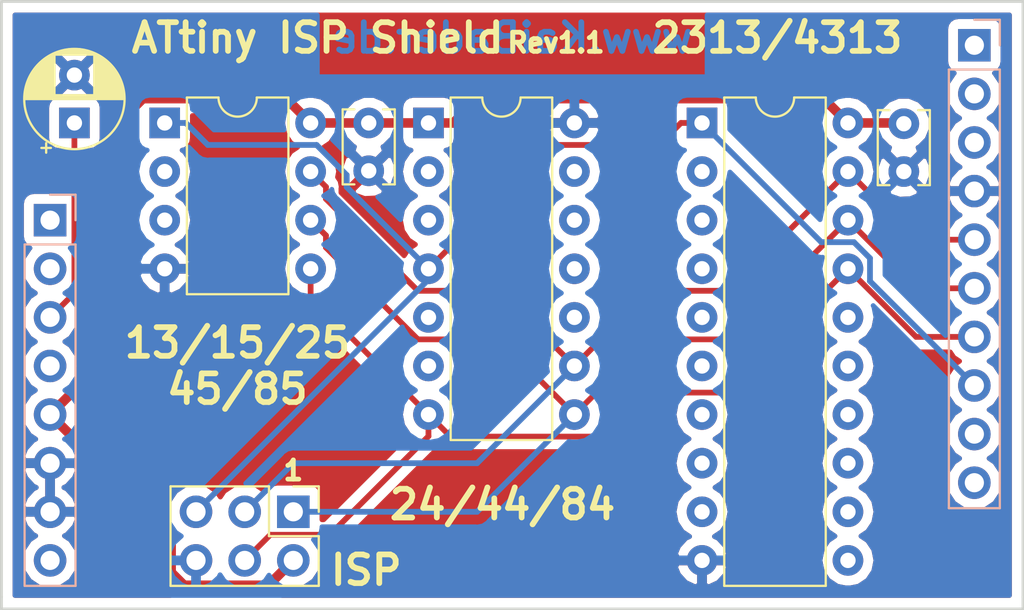
<source format=kicad_pcb>
(kicad_pcb (version 20171130) (host pcbnew no-vcs-found-ac9fc94~61~ubuntu17.10.1)

  (general
    (thickness 1.6)
    (drawings 14)
    (tracks 76)
    (zones 0)
    (modules 9)
    (nets 8)
  )

  (page A4)
  (layers
    (0 F.Cu signal)
    (31 B.Cu signal)
    (32 B.Adhes user)
    (33 F.Adhes user)
    (34 B.Paste user)
    (35 F.Paste user)
    (36 B.SilkS user)
    (37 F.SilkS user)
    (38 B.Mask user)
    (39 F.Mask user)
    (40 Dwgs.User user)
    (41 Cmts.User user)
    (42 Eco1.User user)
    (43 Eco2.User user)
    (44 Edge.Cuts user)
    (45 Margin user)
    (46 B.CrtYd user)
    (47 F.CrtYd user)
    (48 B.Fab user)
    (49 F.Fab user)
  )

  (setup
    (last_trace_width 0.3)
    (trace_clearance 0.2)
    (zone_clearance 0.508)
    (zone_45_only no)
    (trace_min 0.2)
    (segment_width 0.2)
    (edge_width 0.15)
    (via_size 0.8)
    (via_drill 0.4)
    (via_min_size 0.4)
    (via_min_drill 0.3)
    (uvia_size 0.3)
    (uvia_drill 0.1)
    (uvias_allowed no)
    (uvia_min_size 0.2)
    (uvia_min_drill 0.1)
    (pcb_text_width 0.3)
    (pcb_text_size 1.5 1.5)
    (mod_edge_width 0.15)
    (mod_text_size 1 1)
    (mod_text_width 0.15)
    (pad_size 3.2 3.2)
    (pad_drill 3.2)
    (pad_to_mask_clearance 0.2)
    (aux_axis_origin 0 0)
    (visible_elements FFFFFF7F)
    (pcbplotparams
      (layerselection 0x010fc_ffffffff)
      (usegerberextensions false)
      (usegerberattributes false)
      (usegerberadvancedattributes false)
      (creategerberjobfile false)
      (excludeedgelayer true)
      (linewidth 0.100000)
      (plotframeref false)
      (viasonmask false)
      (mode 1)
      (useauxorigin false)
      (hpglpennumber 1)
      (hpglpenspeed 20)
      (hpglpendiameter 15)
      (psnegative false)
      (psa4output false)
      (plotreference true)
      (plotvalue true)
      (plotinvisibletext false)
      (padsonsilk false)
      (subtractmaskfromsilk false)
      (outputformat 1)
      (mirror false)
      (drillshape 1)
      (scaleselection 1)
      (outputdirectory ""))
  )

  (net 0 "")
  (net 1 +5V)
  (net 2 GND)
  (net 3 "Net-(C4-Pad1)")
  (net 4 /MISO)
  (net 5 /SCK)
  (net 6 /MOSI)
  (net 7 /~RESET)

  (net_class Default "Dies ist die voreingestellte Netzklasse."
    (clearance 0.2)
    (trace_width 0.3)
    (via_dia 0.8)
    (via_drill 0.4)
    (uvia_dia 0.3)
    (uvia_drill 0.1)
    (add_net /MISO)
    (add_net /MOSI)
    (add_net /SCK)
    (add_net /~RESET)
    (add_net "Net-(C4-Pad1)")
  )

  (net_class Power ""
    (clearance 0.2)
    (trace_width 0.5)
    (via_dia 0.8)
    (via_drill 0.4)
    (uvia_dia 0.3)
    (uvia_drill 0.1)
    (add_net +5V)
    (add_net GND)
  )

  (module Capacitor_THT:CP_Radial_D5.0mm_P2.50mm (layer F.Cu) (tedit 5A842528) (tstamp 5AB6806A)
    (at 121.92 85.09 90)
    (descr "CP, Radial series, Radial, pin pitch=2.50mm, , diameter=5mm, Electrolytic Capacitor")
    (tags "CP Radial series Radial pin pitch 2.50mm  diameter 5mm Electrolytic Capacitor")
    (path /5A84725D)
    (fp_text reference C4 (at 3.81 -2.54 90) (layer F.SilkS) hide
      (effects (font (size 1 1) (thickness 0.15)))
    )
    (fp_text value 10uF (at 1.25 3.87 90) (layer F.Fab)
      (effects (font (size 1 1) (thickness 0.15)))
    )
    (fp_circle (center 1.25 0) (end 3.75 0) (layer F.Fab) (width 0.1))
    (fp_circle (center 1.25 0) (end 3.87 0) (layer F.SilkS) (width 0.12))
    (fp_circle (center 1.25 0) (end 4 0) (layer F.CrtYd) (width 0.05))
    (fp_line (start -0.883605 -1.0875) (end -0.383605 -1.0875) (layer F.Fab) (width 0.1))
    (fp_line (start -0.633605 -1.3375) (end -0.633605 -0.8375) (layer F.Fab) (width 0.1))
    (fp_line (start 1.25 -2.58) (end 1.25 2.58) (layer F.SilkS) (width 0.12))
    (fp_line (start 1.29 -2.58) (end 1.29 2.58) (layer F.SilkS) (width 0.12))
    (fp_line (start 1.33 -2.579) (end 1.33 2.579) (layer F.SilkS) (width 0.12))
    (fp_line (start 1.37 -2.578) (end 1.37 2.578) (layer F.SilkS) (width 0.12))
    (fp_line (start 1.41 -2.576) (end 1.41 2.576) (layer F.SilkS) (width 0.12))
    (fp_line (start 1.45 -2.573) (end 1.45 2.573) (layer F.SilkS) (width 0.12))
    (fp_line (start 1.49 -2.569) (end 1.49 -1.04) (layer F.SilkS) (width 0.12))
    (fp_line (start 1.49 1.04) (end 1.49 2.569) (layer F.SilkS) (width 0.12))
    (fp_line (start 1.53 -2.565) (end 1.53 -1.04) (layer F.SilkS) (width 0.12))
    (fp_line (start 1.53 1.04) (end 1.53 2.565) (layer F.SilkS) (width 0.12))
    (fp_line (start 1.57 -2.561) (end 1.57 -1.04) (layer F.SilkS) (width 0.12))
    (fp_line (start 1.57 1.04) (end 1.57 2.561) (layer F.SilkS) (width 0.12))
    (fp_line (start 1.61 -2.556) (end 1.61 -1.04) (layer F.SilkS) (width 0.12))
    (fp_line (start 1.61 1.04) (end 1.61 2.556) (layer F.SilkS) (width 0.12))
    (fp_line (start 1.65 -2.55) (end 1.65 -1.04) (layer F.SilkS) (width 0.12))
    (fp_line (start 1.65 1.04) (end 1.65 2.55) (layer F.SilkS) (width 0.12))
    (fp_line (start 1.69 -2.543) (end 1.69 -1.04) (layer F.SilkS) (width 0.12))
    (fp_line (start 1.69 1.04) (end 1.69 2.543) (layer F.SilkS) (width 0.12))
    (fp_line (start 1.73 -2.536) (end 1.73 -1.04) (layer F.SilkS) (width 0.12))
    (fp_line (start 1.73 1.04) (end 1.73 2.536) (layer F.SilkS) (width 0.12))
    (fp_line (start 1.77 -2.528) (end 1.77 -1.04) (layer F.SilkS) (width 0.12))
    (fp_line (start 1.77 1.04) (end 1.77 2.528) (layer F.SilkS) (width 0.12))
    (fp_line (start 1.81 -2.52) (end 1.81 -1.04) (layer F.SilkS) (width 0.12))
    (fp_line (start 1.81 1.04) (end 1.81 2.52) (layer F.SilkS) (width 0.12))
    (fp_line (start 1.85 -2.511) (end 1.85 -1.04) (layer F.SilkS) (width 0.12))
    (fp_line (start 1.85 1.04) (end 1.85 2.511) (layer F.SilkS) (width 0.12))
    (fp_line (start 1.89 -2.501) (end 1.89 -1.04) (layer F.SilkS) (width 0.12))
    (fp_line (start 1.89 1.04) (end 1.89 2.501) (layer F.SilkS) (width 0.12))
    (fp_line (start 1.93 -2.491) (end 1.93 -1.04) (layer F.SilkS) (width 0.12))
    (fp_line (start 1.93 1.04) (end 1.93 2.491) (layer F.SilkS) (width 0.12))
    (fp_line (start 1.971 -2.48) (end 1.971 -1.04) (layer F.SilkS) (width 0.12))
    (fp_line (start 1.971 1.04) (end 1.971 2.48) (layer F.SilkS) (width 0.12))
    (fp_line (start 2.011 -2.468) (end 2.011 -1.04) (layer F.SilkS) (width 0.12))
    (fp_line (start 2.011 1.04) (end 2.011 2.468) (layer F.SilkS) (width 0.12))
    (fp_line (start 2.051 -2.455) (end 2.051 -1.04) (layer F.SilkS) (width 0.12))
    (fp_line (start 2.051 1.04) (end 2.051 2.455) (layer F.SilkS) (width 0.12))
    (fp_line (start 2.091 -2.442) (end 2.091 -1.04) (layer F.SilkS) (width 0.12))
    (fp_line (start 2.091 1.04) (end 2.091 2.442) (layer F.SilkS) (width 0.12))
    (fp_line (start 2.131 -2.428) (end 2.131 -1.04) (layer F.SilkS) (width 0.12))
    (fp_line (start 2.131 1.04) (end 2.131 2.428) (layer F.SilkS) (width 0.12))
    (fp_line (start 2.171 -2.414) (end 2.171 -1.04) (layer F.SilkS) (width 0.12))
    (fp_line (start 2.171 1.04) (end 2.171 2.414) (layer F.SilkS) (width 0.12))
    (fp_line (start 2.211 -2.398) (end 2.211 -1.04) (layer F.SilkS) (width 0.12))
    (fp_line (start 2.211 1.04) (end 2.211 2.398) (layer F.SilkS) (width 0.12))
    (fp_line (start 2.251 -2.382) (end 2.251 -1.04) (layer F.SilkS) (width 0.12))
    (fp_line (start 2.251 1.04) (end 2.251 2.382) (layer F.SilkS) (width 0.12))
    (fp_line (start 2.291 -2.365) (end 2.291 -1.04) (layer F.SilkS) (width 0.12))
    (fp_line (start 2.291 1.04) (end 2.291 2.365) (layer F.SilkS) (width 0.12))
    (fp_line (start 2.331 -2.348) (end 2.331 -1.04) (layer F.SilkS) (width 0.12))
    (fp_line (start 2.331 1.04) (end 2.331 2.348) (layer F.SilkS) (width 0.12))
    (fp_line (start 2.371 -2.329) (end 2.371 -1.04) (layer F.SilkS) (width 0.12))
    (fp_line (start 2.371 1.04) (end 2.371 2.329) (layer F.SilkS) (width 0.12))
    (fp_line (start 2.411 -2.31) (end 2.411 -1.04) (layer F.SilkS) (width 0.12))
    (fp_line (start 2.411 1.04) (end 2.411 2.31) (layer F.SilkS) (width 0.12))
    (fp_line (start 2.451 -2.29) (end 2.451 -1.04) (layer F.SilkS) (width 0.12))
    (fp_line (start 2.451 1.04) (end 2.451 2.29) (layer F.SilkS) (width 0.12))
    (fp_line (start 2.491 -2.268) (end 2.491 -1.04) (layer F.SilkS) (width 0.12))
    (fp_line (start 2.491 1.04) (end 2.491 2.268) (layer F.SilkS) (width 0.12))
    (fp_line (start 2.531 -2.247) (end 2.531 -1.04) (layer F.SilkS) (width 0.12))
    (fp_line (start 2.531 1.04) (end 2.531 2.247) (layer F.SilkS) (width 0.12))
    (fp_line (start 2.571 -2.224) (end 2.571 -1.04) (layer F.SilkS) (width 0.12))
    (fp_line (start 2.571 1.04) (end 2.571 2.224) (layer F.SilkS) (width 0.12))
    (fp_line (start 2.611 -2.2) (end 2.611 -1.04) (layer F.SilkS) (width 0.12))
    (fp_line (start 2.611 1.04) (end 2.611 2.2) (layer F.SilkS) (width 0.12))
    (fp_line (start 2.651 -2.175) (end 2.651 -1.04) (layer F.SilkS) (width 0.12))
    (fp_line (start 2.651 1.04) (end 2.651 2.175) (layer F.SilkS) (width 0.12))
    (fp_line (start 2.691 -2.149) (end 2.691 -1.04) (layer F.SilkS) (width 0.12))
    (fp_line (start 2.691 1.04) (end 2.691 2.149) (layer F.SilkS) (width 0.12))
    (fp_line (start 2.731 -2.122) (end 2.731 -1.04) (layer F.SilkS) (width 0.12))
    (fp_line (start 2.731 1.04) (end 2.731 2.122) (layer F.SilkS) (width 0.12))
    (fp_line (start 2.771 -2.095) (end 2.771 -1.04) (layer F.SilkS) (width 0.12))
    (fp_line (start 2.771 1.04) (end 2.771 2.095) (layer F.SilkS) (width 0.12))
    (fp_line (start 2.811 -2.065) (end 2.811 -1.04) (layer F.SilkS) (width 0.12))
    (fp_line (start 2.811 1.04) (end 2.811 2.065) (layer F.SilkS) (width 0.12))
    (fp_line (start 2.851 -2.035) (end 2.851 -1.04) (layer F.SilkS) (width 0.12))
    (fp_line (start 2.851 1.04) (end 2.851 2.035) (layer F.SilkS) (width 0.12))
    (fp_line (start 2.891 -2.004) (end 2.891 -1.04) (layer F.SilkS) (width 0.12))
    (fp_line (start 2.891 1.04) (end 2.891 2.004) (layer F.SilkS) (width 0.12))
    (fp_line (start 2.931 -1.971) (end 2.931 -1.04) (layer F.SilkS) (width 0.12))
    (fp_line (start 2.931 1.04) (end 2.931 1.971) (layer F.SilkS) (width 0.12))
    (fp_line (start 2.971 -1.937) (end 2.971 -1.04) (layer F.SilkS) (width 0.12))
    (fp_line (start 2.971 1.04) (end 2.971 1.937) (layer F.SilkS) (width 0.12))
    (fp_line (start 3.011 -1.901) (end 3.011 -1.04) (layer F.SilkS) (width 0.12))
    (fp_line (start 3.011 1.04) (end 3.011 1.901) (layer F.SilkS) (width 0.12))
    (fp_line (start 3.051 -1.864) (end 3.051 -1.04) (layer F.SilkS) (width 0.12))
    (fp_line (start 3.051 1.04) (end 3.051 1.864) (layer F.SilkS) (width 0.12))
    (fp_line (start 3.091 -1.826) (end 3.091 -1.04) (layer F.SilkS) (width 0.12))
    (fp_line (start 3.091 1.04) (end 3.091 1.826) (layer F.SilkS) (width 0.12))
    (fp_line (start 3.131 -1.785) (end 3.131 -1.04) (layer F.SilkS) (width 0.12))
    (fp_line (start 3.131 1.04) (end 3.131 1.785) (layer F.SilkS) (width 0.12))
    (fp_line (start 3.171 -1.743) (end 3.171 -1.04) (layer F.SilkS) (width 0.12))
    (fp_line (start 3.171 1.04) (end 3.171 1.743) (layer F.SilkS) (width 0.12))
    (fp_line (start 3.211 -1.699) (end 3.211 -1.04) (layer F.SilkS) (width 0.12))
    (fp_line (start 3.211 1.04) (end 3.211 1.699) (layer F.SilkS) (width 0.12))
    (fp_line (start 3.251 -1.653) (end 3.251 -1.04) (layer F.SilkS) (width 0.12))
    (fp_line (start 3.251 1.04) (end 3.251 1.653) (layer F.SilkS) (width 0.12))
    (fp_line (start 3.291 -1.605) (end 3.291 -1.04) (layer F.SilkS) (width 0.12))
    (fp_line (start 3.291 1.04) (end 3.291 1.605) (layer F.SilkS) (width 0.12))
    (fp_line (start 3.331 -1.554) (end 3.331 -1.04) (layer F.SilkS) (width 0.12))
    (fp_line (start 3.331 1.04) (end 3.331 1.554) (layer F.SilkS) (width 0.12))
    (fp_line (start 3.371 -1.5) (end 3.371 -1.04) (layer F.SilkS) (width 0.12))
    (fp_line (start 3.371 1.04) (end 3.371 1.5) (layer F.SilkS) (width 0.12))
    (fp_line (start 3.411 -1.443) (end 3.411 -1.04) (layer F.SilkS) (width 0.12))
    (fp_line (start 3.411 1.04) (end 3.411 1.443) (layer F.SilkS) (width 0.12))
    (fp_line (start 3.451 -1.383) (end 3.451 -1.04) (layer F.SilkS) (width 0.12))
    (fp_line (start 3.451 1.04) (end 3.451 1.383) (layer F.SilkS) (width 0.12))
    (fp_line (start 3.491 -1.319) (end 3.491 -1.04) (layer F.SilkS) (width 0.12))
    (fp_line (start 3.491 1.04) (end 3.491 1.319) (layer F.SilkS) (width 0.12))
    (fp_line (start 3.531 -1.251) (end 3.531 -1.04) (layer F.SilkS) (width 0.12))
    (fp_line (start 3.531 1.04) (end 3.531 1.251) (layer F.SilkS) (width 0.12))
    (fp_line (start 3.571 -1.178) (end 3.571 1.178) (layer F.SilkS) (width 0.12))
    (fp_line (start 3.611 -1.098) (end 3.611 1.098) (layer F.SilkS) (width 0.12))
    (fp_line (start 3.651 -1.011) (end 3.651 1.011) (layer F.SilkS) (width 0.12))
    (fp_line (start 3.691 -0.915) (end 3.691 0.915) (layer F.SilkS) (width 0.12))
    (fp_line (start 3.731 -0.805) (end 3.731 0.805) (layer F.SilkS) (width 0.12))
    (fp_line (start 3.771 -0.677) (end 3.771 0.677) (layer F.SilkS) (width 0.12))
    (fp_line (start 3.811 -0.518) (end 3.811 0.518) (layer F.SilkS) (width 0.12))
    (fp_line (start 3.851 -0.284) (end 3.851 0.284) (layer F.SilkS) (width 0.12))
    (fp_line (start -1.554775 -1.475) (end -1.054775 -1.475) (layer F.SilkS) (width 0.12))
    (fp_line (start -1.304775 -1.725) (end -1.304775 -1.225) (layer F.SilkS) (width 0.12))
    (fp_text user %R (at 1.25 0 90) (layer F.Fab)
      (effects (font (size 1 1) (thickness 0.15)))
    )
    (pad 1 thru_hole rect (at 0 0 90) (size 1.6 1.6) (drill 0.8) (layers *.Cu *.Mask)
      (net 3 "Net-(C4-Pad1)"))
    (pad 2 thru_hole circle (at 2.5 0 90) (size 1.6 1.6) (drill 0.8) (layers *.Cu *.Mask)
      (net 2 GND))
    (model ${KISYS3DMOD}/Capacitor_THT.3dshapes/CP_Radial_D5.0mm_P2.50mm.wrl
      (at (xyz 0 0 0))
      (scale (xyz 1 1 1))
      (rotate (xyz 0 0 0))
    )
  )

  (module Package_DIP:DIP-8_W7.62mm (layer F.Cu) (tedit 5A84250E) (tstamp 5A8E9515)
    (at 126.634095 85.09)
    (descr "8-lead though-hole mounted DIP package, row spacing 7.62 mm (300 mils)")
    (tags "THT DIP DIL PDIP 2.54mm 7.62mm 300mil")
    (path /5A831956)
    (fp_text reference U1 (at 3.81 -2.33) (layer F.SilkS) hide
      (effects (font (size 1 1) (thickness 0.15)))
    )
    (fp_text value ATTINY13/15/25/45/85 (at 3.81 6.35 90) (layer F.Fab)
      (effects (font (size 1 1) (thickness 0.15)))
    )
    (fp_arc (start 3.81 -1.33) (end 2.81 -1.33) (angle -180) (layer F.SilkS) (width 0.12))
    (fp_line (start 1.635 -1.27) (end 6.985 -1.27) (layer F.Fab) (width 0.1))
    (fp_line (start 6.985 -1.27) (end 6.985 8.89) (layer F.Fab) (width 0.1))
    (fp_line (start 6.985 8.89) (end 0.635 8.89) (layer F.Fab) (width 0.1))
    (fp_line (start 0.635 8.89) (end 0.635 -0.27) (layer F.Fab) (width 0.1))
    (fp_line (start 0.635 -0.27) (end 1.635 -1.27) (layer F.Fab) (width 0.1))
    (fp_line (start 2.81 -1.33) (end 1.16 -1.33) (layer F.SilkS) (width 0.12))
    (fp_line (start 1.16 -1.33) (end 1.16 8.95) (layer F.SilkS) (width 0.12))
    (fp_line (start 1.16 8.95) (end 6.46 8.95) (layer F.SilkS) (width 0.12))
    (fp_line (start 6.46 8.95) (end 6.46 -1.33) (layer F.SilkS) (width 0.12))
    (fp_line (start 6.46 -1.33) (end 4.81 -1.33) (layer F.SilkS) (width 0.12))
    (fp_line (start -1.1 -1.55) (end -1.1 9.15) (layer F.CrtYd) (width 0.05))
    (fp_line (start -1.1 9.15) (end 8.7 9.15) (layer F.CrtYd) (width 0.05))
    (fp_line (start 8.7 9.15) (end 8.7 -1.55) (layer F.CrtYd) (width 0.05))
    (fp_line (start 8.7 -1.55) (end -1.1 -1.55) (layer F.CrtYd) (width 0.05))
    (fp_text user %R (at 3.81 3.81) (layer F.Fab)
      (effects (font (size 1 1) (thickness 0.15)))
    )
    (pad 1 thru_hole rect (at 0 0) (size 1.6 1.6) (drill 0.8) (layers *.Cu *.Mask)
      (net 7 /~RESET))
    (pad 5 thru_hole oval (at 7.62 7.62) (size 1.6 1.6) (drill 0.8) (layers *.Cu *.Mask)
      (net 6 /MOSI))
    (pad 2 thru_hole oval (at 0 2.54) (size 1.6 1.6) (drill 0.8) (layers *.Cu *.Mask))
    (pad 6 thru_hole oval (at 7.62 5.08) (size 1.6 1.6) (drill 0.8) (layers *.Cu *.Mask)
      (net 4 /MISO))
    (pad 3 thru_hole oval (at 0 5.08) (size 1.6 1.6) (drill 0.8) (layers *.Cu *.Mask))
    (pad 7 thru_hole oval (at 7.62 2.54) (size 1.6 1.6) (drill 0.8) (layers *.Cu *.Mask)
      (net 5 /SCK))
    (pad 4 thru_hole oval (at 0 7.62) (size 1.6 1.6) (drill 0.8) (layers *.Cu *.Mask)
      (net 2 GND))
    (pad 8 thru_hole oval (at 7.62 0) (size 1.6 1.6) (drill 0.8) (layers *.Cu *.Mask)
      (net 1 +5V))
    (model ${KISYS3DMOD}/Package_DIP.3dshapes/DIP-8_W7.62mm.wrl
      (at (xyz 0 0 0))
      (scale (xyz 1 1 1))
      (rotate (xyz 0 0 0))
    )
  )

  (module Capacitor_THT:C_Disc_D3.8mm_W2.6mm_P2.50mm (layer F.Cu) (tedit 5A842537) (tstamp 5A8F8F51)
    (at 165.227 85.13 270)
    (descr "C, Disc series, Radial, pin pitch=2.50mm, diameter*width=3.8*2.6mm^2, Capacitor, http://www.vishay.com/docs/45233/krseries.pdf")
    (tags "C Disc series Radial pin pitch 2.50mm  diameter 3.8mm width 2.6mm Capacitor")
    (path /5A8356F6)
    (fp_text reference C2 (at 1.25 -2.61 270) (layer F.SilkS) hide
      (effects (font (size 1 1) (thickness 0.15)))
    )
    (fp_text value 0.1uF (at 1.25 2.61 270) (layer F.Fab)
      (effects (font (size 1 1) (thickness 0.15)))
    )
    (fp_text user %R (at 1.25 0 270) (layer F.Fab)
      (effects (font (size 1 1) (thickness 0.15)))
    )
    (fp_line (start 3.55 -1.65) (end -1.05 -1.65) (layer F.CrtYd) (width 0.05))
    (fp_line (start 3.55 1.65) (end 3.55 -1.65) (layer F.CrtYd) (width 0.05))
    (fp_line (start -1.05 1.65) (end 3.55 1.65) (layer F.CrtYd) (width 0.05))
    (fp_line (start -1.05 -1.65) (end -1.05 1.65) (layer F.CrtYd) (width 0.05))
    (fp_line (start 3.21 0.75) (end 3.21 1.36) (layer F.SilkS) (width 0.12))
    (fp_line (start 3.21 -1.36) (end 3.21 -0.75) (layer F.SilkS) (width 0.12))
    (fp_line (start -0.71 0.75) (end -0.71 1.36) (layer F.SilkS) (width 0.12))
    (fp_line (start -0.71 -1.36) (end -0.71 -0.75) (layer F.SilkS) (width 0.12))
    (fp_line (start -0.71 1.36) (end 3.21 1.36) (layer F.SilkS) (width 0.12))
    (fp_line (start -0.71 -1.36) (end 3.21 -1.36) (layer F.SilkS) (width 0.12))
    (fp_line (start 3.15 -1.3) (end -0.65 -1.3) (layer F.Fab) (width 0.1))
    (fp_line (start 3.15 1.3) (end 3.15 -1.3) (layer F.Fab) (width 0.1))
    (fp_line (start -0.65 1.3) (end 3.15 1.3) (layer F.Fab) (width 0.1))
    (fp_line (start -0.65 -1.3) (end -0.65 1.3) (layer F.Fab) (width 0.1))
    (pad 2 thru_hole circle (at 2.5 0 270) (size 1.6 1.6) (drill 0.8) (layers *.Cu *.Mask)
      (net 2 GND))
    (pad 1 thru_hole circle (at 0 0 270) (size 1.6 1.6) (drill 0.8) (layers *.Cu *.Mask)
      (net 1 +5V))
    (model ${KISYS3DMOD}/Capacitor_THT.3dshapes/C_Disc_D3.8mm_W2.6mm_P2.50mm.wrl
      (at (xyz 0 0 0))
      (scale (xyz 1 1 1))
      (rotate (xyz 0 0 0))
    )
  )

  (module Capacitor_THT:C_Disc_D3.8mm_W2.6mm_P2.50mm (layer F.Cu) (tedit 5A84253B) (tstamp 5A8F90D2)
    (at 137.287 85.09 270)
    (descr "C, Disc series, Radial, pin pitch=2.50mm, diameter*width=3.8*2.6mm^2, Capacitor, http://www.vishay.com/docs/45233/krseries.pdf")
    (tags "C Disc series Radial pin pitch 2.50mm  diameter 3.8mm width 2.6mm Capacitor")
    (path /5A831429)
    (fp_text reference C1 (at 1.25 -2.61 270) (layer F.SilkS) hide
      (effects (font (size 1 1) (thickness 0.15)))
    )
    (fp_text value 0.1uF (at 1.25 2.61 270) (layer F.Fab)
      (effects (font (size 1 1) (thickness 0.15)))
    )
    (fp_line (start -0.65 -1.3) (end -0.65 1.3) (layer F.Fab) (width 0.1))
    (fp_line (start -0.65 1.3) (end 3.15 1.3) (layer F.Fab) (width 0.1))
    (fp_line (start 3.15 1.3) (end 3.15 -1.3) (layer F.Fab) (width 0.1))
    (fp_line (start 3.15 -1.3) (end -0.65 -1.3) (layer F.Fab) (width 0.1))
    (fp_line (start -0.71 -1.36) (end 3.21 -1.36) (layer F.SilkS) (width 0.12))
    (fp_line (start -0.71 1.36) (end 3.21 1.36) (layer F.SilkS) (width 0.12))
    (fp_line (start -0.71 -1.36) (end -0.71 -0.75) (layer F.SilkS) (width 0.12))
    (fp_line (start -0.71 0.75) (end -0.71 1.36) (layer F.SilkS) (width 0.12))
    (fp_line (start 3.21 -1.36) (end 3.21 -0.75) (layer F.SilkS) (width 0.12))
    (fp_line (start 3.21 0.75) (end 3.21 1.36) (layer F.SilkS) (width 0.12))
    (fp_line (start -1.05 -1.65) (end -1.05 1.65) (layer F.CrtYd) (width 0.05))
    (fp_line (start -1.05 1.65) (end 3.55 1.65) (layer F.CrtYd) (width 0.05))
    (fp_line (start 3.55 1.65) (end 3.55 -1.65) (layer F.CrtYd) (width 0.05))
    (fp_line (start 3.55 -1.65) (end -1.05 -1.65) (layer F.CrtYd) (width 0.05))
    (fp_text user %R (at 1.25 0 270) (layer F.Fab)
      (effects (font (size 1 1) (thickness 0.15)))
    )
    (pad 1 thru_hole circle (at 0 0 270) (size 1.6 1.6) (drill 0.8) (layers *.Cu *.Mask)
      (net 1 +5V))
    (pad 2 thru_hole circle (at 2.5 0 270) (size 1.6 1.6) (drill 0.8) (layers *.Cu *.Mask)
      (net 2 GND))
    (model ${KISYS3DMOD}/Capacitor_THT.3dshapes/C_Disc_D3.8mm_W2.6mm_P2.50mm.wrl
      (at (xyz 0 0 0))
      (scale (xyz 1 1 1))
      (rotate (xyz 0 0 0))
    )
  )

  (module Connector_PinHeader_2.54mm:PinHeader_1x10_P2.54mm_Vertical (layer B.Cu) (tedit 5A84251F) (tstamp 5A8F9573)
    (at 168.91 81.03 180)
    (descr "Through hole straight pin header, 1x10, 2.54mm pitch, single row")
    (tags "Through hole pin header THT 1x10 2.54mm single row")
    (path /5A862336)
    (fp_text reference J3 (at -2.54 1.02 180) (layer B.SilkS) hide
      (effects (font (size 1 1) (thickness 0.15)) (justify mirror))
    )
    (fp_text value Conn_01x10 (at 2.54 -14.22 -90) (layer B.Fab)
      (effects (font (size 1 1) (thickness 0.15)) (justify mirror))
    )
    (fp_line (start -0.635 1.27) (end 1.27 1.27) (layer B.Fab) (width 0.1))
    (fp_line (start 1.27 1.27) (end 1.27 -24.13) (layer B.Fab) (width 0.1))
    (fp_line (start 1.27 -24.13) (end -1.27 -24.13) (layer B.Fab) (width 0.1))
    (fp_line (start -1.27 -24.13) (end -1.27 0.635) (layer B.Fab) (width 0.1))
    (fp_line (start -1.27 0.635) (end -0.635 1.27) (layer B.Fab) (width 0.1))
    (fp_line (start -1.33 -24.19) (end 1.33 -24.19) (layer B.SilkS) (width 0.12))
    (fp_line (start -1.33 -1.27) (end -1.33 -24.19) (layer B.SilkS) (width 0.12))
    (fp_line (start 1.33 -1.27) (end 1.33 -24.19) (layer B.SilkS) (width 0.12))
    (fp_line (start -1.33 -1.27) (end 1.33 -1.27) (layer B.SilkS) (width 0.12))
    (fp_line (start -1.33 0) (end -1.33 1.33) (layer B.SilkS) (width 0.12))
    (fp_line (start -1.33 1.33) (end 0 1.33) (layer B.SilkS) (width 0.12))
    (fp_line (start -1.8 1.8) (end -1.8 -24.65) (layer B.CrtYd) (width 0.05))
    (fp_line (start -1.8 -24.65) (end 1.8 -24.65) (layer B.CrtYd) (width 0.05))
    (fp_line (start 1.8 -24.65) (end 1.8 1.8) (layer B.CrtYd) (width 0.05))
    (fp_line (start 1.8 1.8) (end -1.8 1.8) (layer B.CrtYd) (width 0.05))
    (fp_text user %R (at 0 -11.43 90) (layer B.Fab)
      (effects (font (size 1 1) (thickness 0.15)) (justify mirror))
    )
    (pad 1 thru_hole rect (at 0 0 180) (size 1.7 1.7) (drill 1) (layers *.Cu *.Mask))
    (pad 2 thru_hole oval (at 0 -2.54 180) (size 1.7 1.7) (drill 1) (layers *.Cu *.Mask))
    (pad 3 thru_hole oval (at 0 -5.08 180) (size 1.7 1.7) (drill 1) (layers *.Cu *.Mask))
    (pad 4 thru_hole oval (at 0 -7.62 180) (size 1.7 1.7) (drill 1) (layers *.Cu *.Mask)
      (net 2 GND))
    (pad 5 thru_hole oval (at 0 -10.16 180) (size 1.7 1.7) (drill 1) (layers *.Cu *.Mask)
      (net 5 /SCK))
    (pad 6 thru_hole oval (at 0 -12.7 180) (size 1.7 1.7) (drill 1) (layers *.Cu *.Mask)
      (net 4 /MISO))
    (pad 7 thru_hole oval (at 0 -15.24 180) (size 1.7 1.7) (drill 1) (layers *.Cu *.Mask)
      (net 6 /MOSI))
    (pad 8 thru_hole oval (at 0 -17.78 180) (size 1.7 1.7) (drill 1) (layers *.Cu *.Mask)
      (net 7 /~RESET))
    (pad 9 thru_hole oval (at 0 -20.32 180) (size 1.7 1.7) (drill 1) (layers *.Cu *.Mask))
    (pad 10 thru_hole oval (at 0 -22.86 180) (size 1.7 1.7) (drill 1) (layers *.Cu *.Mask))
    (model ${KISYS3DMOD}/Connector_PinHeader_2.54mm.3dshapes/PinHeader_1x10_P2.54mm_Vertical.wrl
      (at (xyz 0 0 0))
      (scale (xyz 1 1 1))
      (rotate (xyz 0 0 0))
    )
  )

  (module Connector_PinHeader_2.54mm:PinHeader_1x08_P2.54mm_Vertical (layer B.Cu) (tedit 5A84252B) (tstamp 5A8F99DD)
    (at 120.65 90.17 180)
    (descr "Through hole straight pin header, 1x08, 2.54mm pitch, single row")
    (tags "Through hole pin header THT 1x08 2.54mm single row")
    (path /5A86218C)
    (fp_text reference J2 (at 0 2.33 180) (layer B.SilkS) hide
      (effects (font (size 1 1) (thickness 0.15)) (justify mirror))
    )
    (fp_text value Conn_01x08 (at -2.54 -6.35 90) (layer B.Fab)
      (effects (font (size 1 1) (thickness 0.15)) (justify mirror))
    )
    (fp_line (start -0.635 1.27) (end 1.27 1.27) (layer B.Fab) (width 0.1))
    (fp_line (start 1.27 1.27) (end 1.27 -19.05) (layer B.Fab) (width 0.1))
    (fp_line (start 1.27 -19.05) (end -1.27 -19.05) (layer B.Fab) (width 0.1))
    (fp_line (start -1.27 -19.05) (end -1.27 0.635) (layer B.Fab) (width 0.1))
    (fp_line (start -1.27 0.635) (end -0.635 1.27) (layer B.Fab) (width 0.1))
    (fp_line (start -1.33 -19.11) (end 1.33 -19.11) (layer B.SilkS) (width 0.12))
    (fp_line (start -1.33 -1.27) (end -1.33 -19.11) (layer B.SilkS) (width 0.12))
    (fp_line (start 1.33 -1.27) (end 1.33 -19.11) (layer B.SilkS) (width 0.12))
    (fp_line (start -1.33 -1.27) (end 1.33 -1.27) (layer B.SilkS) (width 0.12))
    (fp_line (start -1.33 0) (end -1.33 1.33) (layer B.SilkS) (width 0.12))
    (fp_line (start -1.33 1.33) (end 0 1.33) (layer B.SilkS) (width 0.12))
    (fp_line (start -1.8 1.8) (end -1.8 -19.55) (layer B.CrtYd) (width 0.05))
    (fp_line (start -1.8 -19.55) (end 1.8 -19.55) (layer B.CrtYd) (width 0.05))
    (fp_line (start 1.8 -19.55) (end 1.8 1.8) (layer B.CrtYd) (width 0.05))
    (fp_line (start 1.8 1.8) (end -1.8 1.8) (layer B.CrtYd) (width 0.05))
    (fp_text user %R (at 0 -8.89 90) (layer B.Fab)
      (effects (font (size 1 1) (thickness 0.15)) (justify mirror))
    )
    (pad 1 thru_hole rect (at 0 0 180) (size 1.7 1.7) (drill 1) (layers *.Cu *.Mask))
    (pad 2 thru_hole oval (at 0 -2.54 180) (size 1.7 1.7) (drill 1) (layers *.Cu *.Mask))
    (pad 3 thru_hole oval (at 0 -5.08 180) (size 1.7 1.7) (drill 1) (layers *.Cu *.Mask)
      (net 3 "Net-(C4-Pad1)"))
    (pad 4 thru_hole oval (at 0 -7.62 180) (size 1.7 1.7) (drill 1) (layers *.Cu *.Mask))
    (pad 5 thru_hole oval (at 0 -10.16 180) (size 1.7 1.7) (drill 1) (layers *.Cu *.Mask)
      (net 1 +5V))
    (pad 6 thru_hole oval (at 0 -12.7 180) (size 1.7 1.7) (drill 1) (layers *.Cu *.Mask)
      (net 2 GND))
    (pad 7 thru_hole oval (at 0 -15.24 180) (size 1.7 1.7) (drill 1) (layers *.Cu *.Mask)
      (net 2 GND))
    (pad 8 thru_hole oval (at 0 -17.78 180) (size 1.7 1.7) (drill 1) (layers *.Cu *.Mask))
    (model ${KISYS3DMOD}/Connector_PinHeader_2.54mm.3dshapes/PinHeader_1x08_P2.54mm_Vertical.wrl
      (at (xyz 0 0 0))
      (scale (xyz 1 1 1))
      (rotate (xyz 0 0 0))
    )
  )

  (module Package_DIP:DIP-14_W7.62mm (layer F.Cu) (tedit 5A842507) (tstamp 5A8E9537)
    (at 140.406714 85.09)
    (descr "14-lead though-hole mounted DIP package, row spacing 7.62 mm (300 mils)")
    (tags "THT DIP DIL PDIP 2.54mm 7.62mm 300mil")
    (path /5A831B3A)
    (fp_text reference U2 (at 3.81 -2.33) (layer F.SilkS) hide
      (effects (font (size 1 1) (thickness 0.15)))
    )
    (fp_text value ATTINY24/44/84 (at 3.81 7.62 90) (layer F.Fab)
      (effects (font (size 1 1) (thickness 0.15)))
    )
    (fp_arc (start 3.81 -1.33) (end 2.81 -1.33) (angle -180) (layer F.SilkS) (width 0.12))
    (fp_line (start 1.635 -1.27) (end 6.985 -1.27) (layer F.Fab) (width 0.1))
    (fp_line (start 6.985 -1.27) (end 6.985 16.51) (layer F.Fab) (width 0.1))
    (fp_line (start 6.985 16.51) (end 0.635 16.51) (layer F.Fab) (width 0.1))
    (fp_line (start 0.635 16.51) (end 0.635 -0.27) (layer F.Fab) (width 0.1))
    (fp_line (start 0.635 -0.27) (end 1.635 -1.27) (layer F.Fab) (width 0.1))
    (fp_line (start 2.81 -1.33) (end 1.16 -1.33) (layer F.SilkS) (width 0.12))
    (fp_line (start 1.16 -1.33) (end 1.16 16.57) (layer F.SilkS) (width 0.12))
    (fp_line (start 1.16 16.57) (end 6.46 16.57) (layer F.SilkS) (width 0.12))
    (fp_line (start 6.46 16.57) (end 6.46 -1.33) (layer F.SilkS) (width 0.12))
    (fp_line (start 6.46 -1.33) (end 4.81 -1.33) (layer F.SilkS) (width 0.12))
    (fp_line (start -1.1 -1.55) (end -1.1 16.8) (layer F.CrtYd) (width 0.05))
    (fp_line (start -1.1 16.8) (end 8.7 16.8) (layer F.CrtYd) (width 0.05))
    (fp_line (start 8.7 16.8) (end 8.7 -1.55) (layer F.CrtYd) (width 0.05))
    (fp_line (start 8.7 -1.55) (end -1.1 -1.55) (layer F.CrtYd) (width 0.05))
    (fp_text user %R (at 3.81 7.62) (layer F.Fab)
      (effects (font (size 1 1) (thickness 0.15)))
    )
    (pad 1 thru_hole rect (at 0 0) (size 1.6 1.6) (drill 0.8) (layers *.Cu *.Mask)
      (net 1 +5V))
    (pad 8 thru_hole oval (at 7.62 15.24) (size 1.6 1.6) (drill 0.8) (layers *.Cu *.Mask)
      (net 4 /MISO))
    (pad 2 thru_hole oval (at 0 2.54) (size 1.6 1.6) (drill 0.8) (layers *.Cu *.Mask))
    (pad 9 thru_hole oval (at 7.62 12.7) (size 1.6 1.6) (drill 0.8) (layers *.Cu *.Mask)
      (net 5 /SCK))
    (pad 3 thru_hole oval (at 0 5.08) (size 1.6 1.6) (drill 0.8) (layers *.Cu *.Mask))
    (pad 10 thru_hole oval (at 7.62 10.16) (size 1.6 1.6) (drill 0.8) (layers *.Cu *.Mask))
    (pad 4 thru_hole oval (at 0 7.62) (size 1.6 1.6) (drill 0.8) (layers *.Cu *.Mask)
      (net 7 /~RESET))
    (pad 11 thru_hole oval (at 7.62 7.62) (size 1.6 1.6) (drill 0.8) (layers *.Cu *.Mask))
    (pad 5 thru_hole oval (at 0 10.16) (size 1.6 1.6) (drill 0.8) (layers *.Cu *.Mask))
    (pad 12 thru_hole oval (at 7.62 5.08) (size 1.6 1.6) (drill 0.8) (layers *.Cu *.Mask))
    (pad 6 thru_hole oval (at 0 12.7) (size 1.6 1.6) (drill 0.8) (layers *.Cu *.Mask))
    (pad 13 thru_hole oval (at 7.62 2.54) (size 1.6 1.6) (drill 0.8) (layers *.Cu *.Mask))
    (pad 7 thru_hole oval (at 0 15.24) (size 1.6 1.6) (drill 0.8) (layers *.Cu *.Mask)
      (net 6 /MOSI))
    (pad 14 thru_hole oval (at 7.62 0) (size 1.6 1.6) (drill 0.8) (layers *.Cu *.Mask)
      (net 2 GND))
    (model ${KISYS3DMOD}/Package_DIP.3dshapes/DIP-14_W7.62mm.wrl
      (at (xyz 0 0 0))
      (scale (xyz 1 1 1))
      (rotate (xyz 0 0 0))
    )
  )

  (module Connector_PinHeader_2.54mm:PinHeader_2x03_P2.54mm_Vertical (layer F.Cu) (tedit 5A842530) (tstamp 5AB68C74)
    (at 133.35 105.41 270)
    (descr "Through hole straight pin header, 2x03, 2.54mm pitch, double rows")
    (tags "Through hole pin header THT 2x03 2.54mm double row")
    (path /5A8304A6)
    (fp_text reference J1 (at 1.27 -2.33 270) (layer F.SilkS) hide
      (effects (font (size 1 1) (thickness 0.15)))
    )
    (fp_text value ISP (at 1.27 7.41 270) (layer F.Fab)
      (effects (font (size 1 1) (thickness 0.15)))
    )
    (fp_line (start 0 -1.27) (end 3.81 -1.27) (layer F.Fab) (width 0.1))
    (fp_line (start 3.81 -1.27) (end 3.81 6.35) (layer F.Fab) (width 0.1))
    (fp_line (start 3.81 6.35) (end -1.27 6.35) (layer F.Fab) (width 0.1))
    (fp_line (start -1.27 6.35) (end -1.27 0) (layer F.Fab) (width 0.1))
    (fp_line (start -1.27 0) (end 0 -1.27) (layer F.Fab) (width 0.1))
    (fp_line (start -1.33 6.41) (end 3.87 6.41) (layer F.SilkS) (width 0.12))
    (fp_line (start -1.33 1.27) (end -1.33 6.41) (layer F.SilkS) (width 0.12))
    (fp_line (start 3.87 -1.33) (end 3.87 6.41) (layer F.SilkS) (width 0.12))
    (fp_line (start -1.33 1.27) (end 1.27 1.27) (layer F.SilkS) (width 0.12))
    (fp_line (start 1.27 1.27) (end 1.27 -1.33) (layer F.SilkS) (width 0.12))
    (fp_line (start 1.27 -1.33) (end 3.87 -1.33) (layer F.SilkS) (width 0.12))
    (fp_line (start -1.33 0) (end -1.33 -1.33) (layer F.SilkS) (width 0.12))
    (fp_line (start -1.33 -1.33) (end 0 -1.33) (layer F.SilkS) (width 0.12))
    (fp_line (start -1.8 -1.8) (end -1.8 6.85) (layer F.CrtYd) (width 0.05))
    (fp_line (start -1.8 6.85) (end 4.35 6.85) (layer F.CrtYd) (width 0.05))
    (fp_line (start 4.35 6.85) (end 4.35 -1.8) (layer F.CrtYd) (width 0.05))
    (fp_line (start 4.35 -1.8) (end -1.8 -1.8) (layer F.CrtYd) (width 0.05))
    (fp_text user %R (at 1.27 2.54) (layer F.Fab)
      (effects (font (size 1 1) (thickness 0.15)))
    )
    (pad 1 thru_hole rect (at 0 0 270) (size 1.7 1.7) (drill 1) (layers *.Cu *.Mask)
      (net 4 /MISO))
    (pad 2 thru_hole oval (at 2.54 0 270) (size 1.7 1.7) (drill 1) (layers *.Cu *.Mask)
      (net 1 +5V))
    (pad 3 thru_hole oval (at 0 2.54 270) (size 1.7 1.7) (drill 1) (layers *.Cu *.Mask)
      (net 5 /SCK))
    (pad 4 thru_hole oval (at 2.54 2.54 270) (size 1.7 1.7) (drill 1) (layers *.Cu *.Mask)
      (net 6 /MOSI))
    (pad 5 thru_hole oval (at 0 5.08 270) (size 1.7 1.7) (drill 1) (layers *.Cu *.Mask)
      (net 7 /~RESET))
    (pad 6 thru_hole oval (at 2.54 5.08 270) (size 1.7 1.7) (drill 1) (layers *.Cu *.Mask)
      (net 2 GND))
    (model ${KISYS3DMOD}/Connector_PinHeader_2.54mm.3dshapes/PinHeader_2x03_P2.54mm_Vertical.wrl
      (at (xyz 0 0 0))
      (scale (xyz 1 1 1))
      (rotate (xyz 0 0 0))
    )
  )

  (module Package_DIP:DIP-20_W7.62mm (layer F.Cu) (tedit 5A84250B) (tstamp 5AB68262)
    (at 154.690285 85.09)
    (descr "20-lead though-hole mounted DIP package, row spacing 7.62 mm (300 mils)")
    (tags "THT DIP DIL PDIP 2.54mm 7.62mm 300mil")
    (path /5A831F6C)
    (fp_text reference U3 (at 3.81 -2.33) (layer F.SilkS) hide
      (effects (font (size 1 1) (thickness 0.15)))
    )
    (fp_text value ATTINY2313/4313 (at 3.81 11.43 90) (layer F.Fab)
      (effects (font (size 1 1) (thickness 0.15)))
    )
    (fp_arc (start 3.81 -1.33) (end 2.81 -1.33) (angle -180) (layer F.SilkS) (width 0.12))
    (fp_line (start 1.635 -1.27) (end 6.985 -1.27) (layer F.Fab) (width 0.1))
    (fp_line (start 6.985 -1.27) (end 6.985 24.13) (layer F.Fab) (width 0.1))
    (fp_line (start 6.985 24.13) (end 0.635 24.13) (layer F.Fab) (width 0.1))
    (fp_line (start 0.635 24.13) (end 0.635 -0.27) (layer F.Fab) (width 0.1))
    (fp_line (start 0.635 -0.27) (end 1.635 -1.27) (layer F.Fab) (width 0.1))
    (fp_line (start 2.81 -1.33) (end 1.16 -1.33) (layer F.SilkS) (width 0.12))
    (fp_line (start 1.16 -1.33) (end 1.16 24.19) (layer F.SilkS) (width 0.12))
    (fp_line (start 1.16 24.19) (end 6.46 24.19) (layer F.SilkS) (width 0.12))
    (fp_line (start 6.46 24.19) (end 6.46 -1.33) (layer F.SilkS) (width 0.12))
    (fp_line (start 6.46 -1.33) (end 4.81 -1.33) (layer F.SilkS) (width 0.12))
    (fp_line (start -1.1 -1.55) (end -1.1 24.4) (layer F.CrtYd) (width 0.05))
    (fp_line (start -1.1 24.4) (end 8.7 24.4) (layer F.CrtYd) (width 0.05))
    (fp_line (start 8.7 24.4) (end 8.7 -1.55) (layer F.CrtYd) (width 0.05))
    (fp_line (start 8.7 -1.55) (end -1.1 -1.55) (layer F.CrtYd) (width 0.05))
    (fp_text user %R (at 3.81 11.43) (layer F.Fab)
      (effects (font (size 1 1) (thickness 0.15)))
    )
    (pad 1 thru_hole rect (at 0 0) (size 1.6 1.6) (drill 0.8) (layers *.Cu *.Mask)
      (net 7 /~RESET))
    (pad 11 thru_hole oval (at 7.62 22.86) (size 1.6 1.6) (drill 0.8) (layers *.Cu *.Mask))
    (pad 2 thru_hole oval (at 0 2.54) (size 1.6 1.6) (drill 0.8) (layers *.Cu *.Mask))
    (pad 12 thru_hole oval (at 7.62 20.32) (size 1.6 1.6) (drill 0.8) (layers *.Cu *.Mask))
    (pad 3 thru_hole oval (at 0 5.08) (size 1.6 1.6) (drill 0.8) (layers *.Cu *.Mask))
    (pad 13 thru_hole oval (at 7.62 17.78) (size 1.6 1.6) (drill 0.8) (layers *.Cu *.Mask))
    (pad 4 thru_hole oval (at 0 7.62) (size 1.6 1.6) (drill 0.8) (layers *.Cu *.Mask))
    (pad 14 thru_hole oval (at 7.62 15.24) (size 1.6 1.6) (drill 0.8) (layers *.Cu *.Mask))
    (pad 5 thru_hole oval (at 0 10.16) (size 1.6 1.6) (drill 0.8) (layers *.Cu *.Mask))
    (pad 15 thru_hole oval (at 7.62 12.7) (size 1.6 1.6) (drill 0.8) (layers *.Cu *.Mask))
    (pad 6 thru_hole oval (at 0 12.7) (size 1.6 1.6) (drill 0.8) (layers *.Cu *.Mask))
    (pad 16 thru_hole oval (at 7.62 10.16) (size 1.6 1.6) (drill 0.8) (layers *.Cu *.Mask))
    (pad 7 thru_hole oval (at 0 15.24) (size 1.6 1.6) (drill 0.8) (layers *.Cu *.Mask))
    (pad 17 thru_hole oval (at 7.62 7.62) (size 1.6 1.6) (drill 0.8) (layers *.Cu *.Mask)
      (net 6 /MOSI))
    (pad 8 thru_hole oval (at 0 17.78) (size 1.6 1.6) (drill 0.8) (layers *.Cu *.Mask))
    (pad 18 thru_hole oval (at 7.62 5.08) (size 1.6 1.6) (drill 0.8) (layers *.Cu *.Mask)
      (net 4 /MISO))
    (pad 9 thru_hole oval (at 0 20.32) (size 1.6 1.6) (drill 0.8) (layers *.Cu *.Mask))
    (pad 19 thru_hole oval (at 7.62 2.54) (size 1.6 1.6) (drill 0.8) (layers *.Cu *.Mask)
      (net 5 /SCK))
    (pad 10 thru_hole oval (at 0 22.86) (size 1.6 1.6) (drill 0.8) (layers *.Cu *.Mask)
      (net 2 GND))
    (pad 20 thru_hole oval (at 7.62 0) (size 1.6 1.6) (drill 0.8) (layers *.Cu *.Mask)
      (net 1 +5V))
    (model ${KISYS3DMOD}/Package_DIP.3dshapes/DIP-20_W7.62mm.wrl
      (at (xyz 0 0 0))
      (scale (xyz 1 1 1))
      (rotate (xyz 0 0 0))
    )
  )

  (gr_text 1 (at 133.35 103.251) (layer F.SilkS)
    (effects (font (size 1 1) (thickness 0.25)))
  )
  (gr_text Rev1.1 (at 147.066 80.899) (layer F.SilkS) (tstamp 5A8F9914)
    (effects (font (size 1 1) (thickness 0.25)))
  )
  (gr_text "ATtiny ISP Shield" (at 134.62 80.645) (layer F.SilkS) (tstamp 5A8F9917)
    (effects (font (size 1.5 1.5) (thickness 0.3)))
  )
  (gr_text 2313/4313 (at 158.623 80.645) (layer F.SilkS) (tstamp 5A8F946A)
    (effects (font (size 1.5 1.5) (thickness 0.3)))
  )
  (gr_text 24/44/84 (at 144.272 105.029) (layer F.SilkS)
    (effects (font (size 1.5 1.5) (thickness 0.3)))
  )
  (gr_text "13/15/25\n45/85" (at 130.429 97.79) (layer F.SilkS)
    (effects (font (size 1.5 1.5) (thickness 0.3)))
  )
  (gr_text ISP (at 137.16 108.458) (layer F.SilkS)
    (effects (font (size 1.5 1.5) (thickness 0.3)))
  )
  (gr_text www.KaiBader.de (at 144.78 80.645) (layer B.Cu)
    (effects (font (size 1.5 1.5) (thickness 0.3)) (justify mirror))
  )
  (gr_line (start 171.45 110.49) (end 171.45 109.855) (layer Edge.Cuts) (width 0.15))
  (gr_line (start 118.11 110.49) (end 171.45 110.49) (layer Edge.Cuts) (width 0.15))
  (gr_line (start 118.11 109.855) (end 118.11 110.49) (layer Edge.Cuts) (width 0.15))
  (gr_line (start 118.11 78.74) (end 118.11 109.855) (layer Edge.Cuts) (width 0.15))
  (gr_line (start 171.45 78.74) (end 118.11 78.74) (layer Edge.Cuts) (width 0.15))
  (gr_line (start 171.45 109.855) (end 171.45 78.74) (layer Edge.Cuts) (width 0.15))

  (segment (start 120.65 100.33) (end 124.46 96.52) (width 0.5) (layer F.Cu) (net 1) (status 10))
  (segment (start 124.46 96.52) (end 124.46 84.854093) (width 0.5) (layer F.Cu) (net 1))
  (segment (start 124.46 84.854093) (end 125.494093 83.82) (width 0.5) (layer F.Cu) (net 1))
  (segment (start 125.494093 83.82) (end 132.984095 83.82) (width 0.5) (layer F.Cu) (net 1))
  (segment (start 132.984095 83.82) (end 134.254095 85.09) (width 0.5) (layer F.Cu) (net 1) (status 20))
  (segment (start 126.969999 108.574001) (end 126.969999 106.649999) (width 0.5) (layer F.Cu) (net 1))
  (segment (start 126.969999 106.649999) (end 120.65 100.33) (width 0.5) (layer F.Cu) (net 1) (status 20))
  (segment (start 132.049999 109.250001) (end 127.645999 109.250001) (width 0.5) (layer F.Cu) (net 1))
  (segment (start 127.645999 109.250001) (end 126.969999 108.574001) (width 0.5) (layer F.Cu) (net 1))
  (segment (start 133.35 107.95) (end 132.049999 109.250001) (width 0.5) (layer F.Cu) (net 1) (status 10))
  (segment (start 162.310285 85.09) (end 165.187 85.09) (width 0.5) (layer F.Cu) (net 1) (status 30))
  (segment (start 165.187 85.09) (end 165.227 85.13) (width 0.5) (layer F.Cu) (net 1) (status 30))
  (segment (start 142.976714 83.82) (end 161.040285 83.82) (width 0.5) (layer F.Cu) (net 1))
  (segment (start 161.040285 83.82) (end 162.310285 85.09) (width 0.5) (layer F.Cu) (net 1) (status 20))
  (segment (start 140.406714 85.09) (end 141.706714 85.09) (width 0.5) (layer F.Cu) (net 1) (status 10))
  (segment (start 141.706714 85.09) (end 142.976714 83.82) (width 0.5) (layer F.Cu) (net 1))
  (segment (start 137.287 85.09) (end 140.406714 85.09) (width 0.5) (layer F.Cu) (net 1) (status 30))
  (segment (start 134.254095 85.09) (end 137.287 85.09) (width 0.5) (layer F.Cu) (net 1) (status 30))
  (segment (start 132.049999 109.250001) (end 133.35 107.95) (width 0.5) (layer F.Cu) (net 1) (status 20))
  (segment (start 120.65 95.25) (end 121.92 93.98) (width 0.3) (layer F.Cu) (net 3) (status 10))
  (segment (start 121.92 93.98) (end 121.92 85.09) (width 0.3) (layer F.Cu) (net 3) (status 20))
  (segment (start 133.35 105.41) (end 142.946714 105.41) (width 0.3) (layer B.Cu) (net 4) (status 10))
  (segment (start 142.946714 105.41) (end 148.026714 100.33) (width 0.3) (layer B.Cu) (net 4) (status 20))
  (segment (start 148.026714 100.33) (end 144.096715 96.400001) (width 0.3) (layer F.Cu) (net 4) (status 10))
  (segment (start 144.096715 96.400001) (end 139.854713 96.400001) (width 0.3) (layer F.Cu) (net 4))
  (segment (start 135.054094 90.969999) (end 134.254095 90.17) (width 0.3) (layer F.Cu) (net 4) (status 20))
  (segment (start 139.854713 96.400001) (end 135.054094 91.599382) (width 0.3) (layer F.Cu) (net 4))
  (segment (start 135.054094 91.599382) (end 135.054094 90.969999) (width 0.3) (layer F.Cu) (net 4))
  (segment (start 148.026714 100.33) (end 151.956713 96.400001) (width 0.3) (layer F.Cu) (net 4) (status 10))
  (segment (start 151.956713 96.400001) (end 156.080284 96.400001) (width 0.3) (layer F.Cu) (net 4))
  (segment (start 156.080284 96.400001) (end 162.310285 90.17) (width 0.3) (layer F.Cu) (net 4) (status 20))
  (segment (start 168.91 93.73) (end 165.870285 93.73) (width 0.3) (layer F.Cu) (net 4) (status 10))
  (segment (start 165.870285 93.73) (end 162.310285 90.17) (width 0.3) (layer F.Cu) (net 4) (status 20))
  (segment (start 130.81 105.41) (end 133.35 102.87) (width 0.3) (layer B.Cu) (net 5) (status 10))
  (segment (start 133.35 102.87) (end 142.946714 102.87) (width 0.3) (layer B.Cu) (net 5))
  (segment (start 142.946714 102.87) (end 148.026714 97.79) (width 0.3) (layer B.Cu) (net 5) (status 20))
  (segment (start 148.026714 97.79) (end 144.096715 93.860001) (width 0.3) (layer F.Cu) (net 5) (status 10))
  (segment (start 144.096715 93.860001) (end 139.854713 93.860001) (width 0.3) (layer F.Cu) (net 5))
  (segment (start 135.054094 89.059382) (end 135.054094 88.429999) (width 0.3) (layer F.Cu) (net 5))
  (segment (start 135.054094 88.429999) (end 134.254095 87.63) (width 0.3) (layer F.Cu) (net 5) (status 20))
  (segment (start 139.854713 93.860001) (end 135.054094 89.059382) (width 0.3) (layer F.Cu) (net 5))
  (segment (start 148.026714 97.79) (end 151.956713 93.860001) (width 0.3) (layer F.Cu) (net 5) (status 10))
  (segment (start 151.956713 93.860001) (end 156.080284 93.860001) (width 0.3) (layer F.Cu) (net 5))
  (segment (start 156.080284 93.860001) (end 162.310285 87.63) (width 0.3) (layer F.Cu) (net 5) (status 20))
  (segment (start 168.91 91.19) (end 165.870285 91.19) (width 0.3) (layer F.Cu) (net 5) (status 10))
  (segment (start 165.870285 91.19) (end 162.310285 87.63) (width 0.3) (layer F.Cu) (net 5) (status 20))
  (segment (start 152.280001 99.179999) (end 149.979999 101.480001) (width 0.3) (layer F.Cu) (net 6))
  (segment (start 149.979999 101.480001) (end 141.556715 101.480001) (width 0.3) (layer F.Cu) (net 6))
  (segment (start 141.556715 101.480001) (end 140.406714 100.33) (width 0.3) (layer F.Cu) (net 6) (status 20))
  (segment (start 162.310285 92.71) (end 155.840286 99.179999) (width 0.3) (layer F.Cu) (net 6) (status 10))
  (segment (start 155.840286 99.179999) (end 152.280001 99.179999) (width 0.3) (layer F.Cu) (net 6))
  (segment (start 130.81 107.95) (end 132.149999 106.610001) (width 0.3) (layer F.Cu) (net 6) (status 10))
  (segment (start 132.149999 106.610001) (end 135.258083 106.610001) (width 0.3) (layer F.Cu) (net 6))
  (segment (start 135.258083 106.610001) (end 140.406714 101.46137) (width 0.3) (layer F.Cu) (net 6))
  (segment (start 140.406714 101.46137) (end 140.406714 100.33) (width 0.3) (layer F.Cu) (net 6) (status 20))
  (segment (start 140.406714 100.33) (end 134.254095 94.177381) (width 0.3) (layer F.Cu) (net 6) (status 10))
  (segment (start 134.254095 94.177381) (end 134.254095 92.71) (width 0.3) (layer F.Cu) (net 6) (status 20))
  (segment (start 168.91 96.27) (end 165.870285 96.27) (width 0.3) (layer F.Cu) (net 6) (status 10))
  (segment (start 165.870285 96.27) (end 162.310285 92.71) (width 0.3) (layer F.Cu) (net 6) (status 20))
  (segment (start 128.27 105.41) (end 140.406714 93.273286) (width 0.3) (layer B.Cu) (net 7) (status 30))
  (segment (start 140.406714 93.273286) (end 140.406714 92.71) (width 0.3) (layer B.Cu) (net 7) (status 30))
  (segment (start 140.406714 92.71) (end 136.136999 88.440285) (width 0.3) (layer B.Cu) (net 7) (status 10))
  (segment (start 136.136999 88.440285) (end 136.136999 87.810902) (width 0.3) (layer B.Cu) (net 7))
  (segment (start 136.136999 87.810902) (end 134.566098 86.240001) (width 0.3) (layer B.Cu) (net 7))
  (segment (start 134.566098 86.240001) (end 128.884096 86.240001) (width 0.3) (layer B.Cu) (net 7))
  (segment (start 128.884096 86.240001) (end 127.734095 85.09) (width 0.3) (layer B.Cu) (net 7))
  (segment (start 127.734095 85.09) (end 126.634095 85.09) (width 0.3) (layer B.Cu) (net 7) (status 20))
  (segment (start 140.406714 92.71) (end 146.876713 86.240001) (width 0.3) (layer F.Cu) (net 7) (status 10))
  (segment (start 146.876713 86.240001) (end 152.440284 86.240001) (width 0.3) (layer F.Cu) (net 7))
  (segment (start 152.440284 86.240001) (end 153.590285 85.09) (width 0.3) (layer F.Cu) (net 7))
  (segment (start 153.590285 85.09) (end 154.690285 85.09) (width 0.3) (layer F.Cu) (net 7) (status 20))
  (segment (start 168.91 98.81) (end 163.460286 93.360286) (width 0.3) (layer B.Cu) (net 7) (status 10))
  (segment (start 163.460286 93.360286) (end 163.460286 92.157999) (width 0.3) (layer B.Cu) (net 7))
  (segment (start 163.460286 92.157999) (end 162.622288 91.320001) (width 0.3) (layer B.Cu) (net 7))
  (segment (start 162.622288 91.320001) (end 160.920286 91.320001) (width 0.3) (layer B.Cu) (net 7))
  (segment (start 160.920286 91.320001) (end 154.690285 85.09) (width 0.3) (layer B.Cu) (net 7) (status 20))

  (zone (net 2) (net_name GND) (layer F.Cu) (tstamp 0) (hatch edge 0.508)
    (connect_pads (clearance 0.508))
    (min_thickness 0.254)
    (fill yes (arc_segments 16) (thermal_gap 0.508) (thermal_bridge_width 0.508))
    (polygon
      (pts
        (xy 118.11 78.74) (xy 171.45 78.74) (xy 171.45 110.49) (xy 118.11 110.49)
      )
    )
    (filled_polygon
      (pts
        (xy 170.74 109.78) (xy 132.771578 109.78) (xy 133.13104 109.420538) (xy 133.203744 109.435) (xy 133.496256 109.435)
        (xy 133.929418 109.348839) (xy 134.420625 109.020625) (xy 134.748839 108.529418) (xy 134.794664 108.299039) (xy 153.298381 108.299039)
        (xy 153.459244 108.687423) (xy 153.835151 109.102389) (xy 154.341244 109.341914) (xy 154.563285 109.220629) (xy 154.563285 108.077)
        (xy 154.817285 108.077) (xy 154.817285 109.220629) (xy 155.039326 109.341914) (xy 155.545419 109.102389) (xy 155.921326 108.687423)
        (xy 156.082189 108.299039) (xy 155.9602 108.077) (xy 154.817285 108.077) (xy 154.563285 108.077) (xy 153.42037 108.077)
        (xy 153.298381 108.299039) (xy 134.794664 108.299039) (xy 134.864092 107.95) (xy 134.753696 107.395001) (xy 135.180771 107.395001)
        (xy 135.258083 107.410379) (xy 135.335395 107.395001) (xy 135.335399 107.395001) (xy 135.564375 107.349455) (xy 135.824036 107.175954)
        (xy 135.867832 107.110409) (xy 140.907125 102.071117) (xy 140.972667 102.027323) (xy 140.97549 102.023098) (xy 140.990762 102.045954)
        (xy 141.056304 102.089748) (xy 141.056306 102.08975) (xy 141.22254 102.200824) (xy 141.250423 102.219455) (xy 141.479399 102.265001)
        (xy 141.479402 102.265001) (xy 141.556714 102.280379) (xy 141.634026 102.265001) (xy 149.902687 102.265001) (xy 149.979999 102.280379)
        (xy 150.057311 102.265001) (xy 150.057315 102.265001) (xy 150.286291 102.219455) (xy 150.545952 102.045954) (xy 150.589748 101.980409)
        (xy 152.605159 99.964999) (xy 153.299775 99.964999) (xy 153.227172 100.33) (xy 153.338545 100.889909) (xy 153.655708 101.364577)
        (xy 154.008043 101.6) (xy 153.655708 101.835423) (xy 153.338545 102.310091) (xy 153.227172 102.87) (xy 153.338545 103.429909)
        (xy 153.655708 103.904577) (xy 154.008043 104.14) (xy 153.655708 104.375423) (xy 153.338545 104.850091) (xy 153.227172 105.41)
        (xy 153.338545 105.969909) (xy 153.655708 106.444577) (xy 154.039393 106.700947) (xy 153.835151 106.797611) (xy 153.459244 107.212577)
        (xy 153.298381 107.600961) (xy 153.42037 107.823) (xy 154.563285 107.823) (xy 154.563285 107.803) (xy 154.817285 107.803)
        (xy 154.817285 107.823) (xy 155.9602 107.823) (xy 156.082189 107.600961) (xy 155.921326 107.212577) (xy 155.545419 106.797611)
        (xy 155.341177 106.700947) (xy 155.724862 106.444577) (xy 156.042025 105.969909) (xy 156.153398 105.41) (xy 156.042025 104.850091)
        (xy 155.724862 104.375423) (xy 155.372527 104.14) (xy 155.724862 103.904577) (xy 156.042025 103.429909) (xy 156.153398 102.87)
        (xy 156.042025 102.310091) (xy 155.724862 101.835423) (xy 155.372527 101.6) (xy 155.724862 101.364577) (xy 156.042025 100.889909)
        (xy 156.153398 100.33) (xy 156.074584 99.933774) (xy 156.146578 99.919453) (xy 156.406239 99.745952) (xy 156.450035 99.680407)
        (xy 160.852692 95.277751) (xy 160.958545 95.809909) (xy 161.275708 96.284577) (xy 161.628043 96.52) (xy 161.275708 96.755423)
        (xy 160.958545 97.230091) (xy 160.847172 97.79) (xy 160.958545 98.349909) (xy 161.275708 98.824577) (xy 161.628043 99.06)
        (xy 161.275708 99.295423) (xy 160.958545 99.770091) (xy 160.847172 100.33) (xy 160.958545 100.889909) (xy 161.275708 101.364577)
        (xy 161.628043 101.6) (xy 161.275708 101.835423) (xy 160.958545 102.310091) (xy 160.847172 102.87) (xy 160.958545 103.429909)
        (xy 161.275708 103.904577) (xy 161.628043 104.14) (xy 161.275708 104.375423) (xy 160.958545 104.850091) (xy 160.847172 105.41)
        (xy 160.958545 105.969909) (xy 161.275708 106.444577) (xy 161.628043 106.68) (xy 161.275708 106.915423) (xy 160.958545 107.390091)
        (xy 160.847172 107.95) (xy 160.958545 108.509909) (xy 161.275708 108.984577) (xy 161.750376 109.30174) (xy 162.168952 109.385)
        (xy 162.451618 109.385) (xy 162.870194 109.30174) (xy 163.344862 108.984577) (xy 163.662025 108.509909) (xy 163.773398 107.95)
        (xy 163.662025 107.390091) (xy 163.344862 106.915423) (xy 162.992527 106.68) (xy 163.344862 106.444577) (xy 163.662025 105.969909)
        (xy 163.773398 105.41) (xy 163.662025 104.850091) (xy 163.344862 104.375423) (xy 162.992527 104.14) (xy 163.344862 103.904577)
        (xy 163.662025 103.429909) (xy 163.773398 102.87) (xy 163.662025 102.310091) (xy 163.344862 101.835423) (xy 162.992527 101.6)
        (xy 163.344862 101.364577) (xy 163.662025 100.889909) (xy 163.773398 100.33) (xy 163.662025 99.770091) (xy 163.344862 99.295423)
        (xy 162.992527 99.06) (xy 163.344862 98.824577) (xy 163.662025 98.349909) (xy 163.773398 97.79) (xy 163.662025 97.230091)
        (xy 163.344862 96.755423) (xy 162.992527 96.52) (xy 163.344862 96.284577) (xy 163.662025 95.809909) (xy 163.767878 95.277751)
        (xy 165.260538 96.770411) (xy 165.304332 96.835953) (xy 165.369874 96.879747) (xy 165.369876 96.879749) (xy 165.400798 96.90041)
        (xy 165.563993 97.009454) (xy 165.792969 97.055) (xy 165.792973 97.055) (xy 165.870284 97.070378) (xy 165.947595 97.055)
        (xy 167.648526 97.055) (xy 167.839375 97.340625) (xy 168.137761 97.54) (xy 167.839375 97.739375) (xy 167.511161 98.230582)
        (xy 167.395908 98.81) (xy 167.511161 99.389418) (xy 167.839375 99.880625) (xy 168.137761 100.08) (xy 167.839375 100.279375)
        (xy 167.511161 100.770582) (xy 167.395908 101.35) (xy 167.511161 101.929418) (xy 167.839375 102.420625) (xy 168.137761 102.62)
        (xy 167.839375 102.819375) (xy 167.511161 103.310582) (xy 167.395908 103.89) (xy 167.511161 104.469418) (xy 167.839375 104.960625)
        (xy 168.330582 105.288839) (xy 168.763744 105.375) (xy 169.056256 105.375) (xy 169.489418 105.288839) (xy 169.980625 104.960625)
        (xy 170.308839 104.469418) (xy 170.424092 103.89) (xy 170.308839 103.310582) (xy 169.980625 102.819375) (xy 169.682239 102.62)
        (xy 169.980625 102.420625) (xy 170.308839 101.929418) (xy 170.424092 101.35) (xy 170.308839 100.770582) (xy 169.980625 100.279375)
        (xy 169.682239 100.08) (xy 169.980625 99.880625) (xy 170.308839 99.389418) (xy 170.424092 98.81) (xy 170.308839 98.230582)
        (xy 169.980625 97.739375) (xy 169.682239 97.54) (xy 169.980625 97.340625) (xy 170.308839 96.849418) (xy 170.424092 96.27)
        (xy 170.308839 95.690582) (xy 169.980625 95.199375) (xy 169.682239 95) (xy 169.980625 94.800625) (xy 170.308839 94.309418)
        (xy 170.424092 93.73) (xy 170.308839 93.150582) (xy 169.980625 92.659375) (xy 169.682239 92.46) (xy 169.980625 92.260625)
        (xy 170.308839 91.769418) (xy 170.424092 91.19) (xy 170.308839 90.610582) (xy 169.980625 90.119375) (xy 169.661522 89.906157)
        (xy 169.791358 89.845183) (xy 170.181645 89.416924) (xy 170.351476 89.00689) (xy 170.230155 88.777) (xy 169.037 88.777)
        (xy 169.037 88.797) (xy 168.783 88.797) (xy 168.783 88.777) (xy 167.589845 88.777) (xy 167.468524 89.00689)
        (xy 167.638355 89.416924) (xy 168.028642 89.845183) (xy 168.158478 89.906157) (xy 167.839375 90.119375) (xy 167.648526 90.405)
        (xy 166.195443 90.405) (xy 164.787269 88.996827) (xy 165.010223 89.076965) (xy 165.580454 89.049778) (xy 165.981005 88.883864)
        (xy 166.055139 88.637745) (xy 165.227 87.809605) (xy 165.212858 87.823748) (xy 165.033252 87.644142) (xy 165.047395 87.63)
        (xy 165.406605 87.63) (xy 166.234745 88.458139) (xy 166.480864 88.384005) (xy 166.673965 87.846777) (xy 166.646778 87.276546)
        (xy 166.480864 86.875995) (xy 166.234745 86.801861) (xy 165.406605 87.63) (xy 165.047395 87.63) (xy 164.219255 86.801861)
        (xy 163.973136 86.875995) (xy 163.780035 87.413223) (xy 163.807222 87.983454) (xy 163.830787 88.040345) (xy 163.714839 87.924397)
        (xy 163.773398 87.63) (xy 163.662025 87.070091) (xy 163.344862 86.595423) (xy 162.992527 86.36) (xy 163.344862 86.124577)
        (xy 163.444806 85.975) (xy 164.042604 85.975) (xy 164.414138 86.346534) (xy 164.479299 86.373525) (xy 164.472995 86.376136)
        (xy 164.398861 86.622255) (xy 165.227 87.450395) (xy 166.055139 86.622255) (xy 165.981005 86.376136) (xy 165.974254 86.37371)
        (xy 166.039862 86.346534) (xy 166.443534 85.942862) (xy 166.662 85.415439) (xy 166.662 84.844561) (xy 166.443534 84.317138)
        (xy 166.039862 83.913466) (xy 165.512439 83.695) (xy 164.941561 83.695) (xy 164.414138 83.913466) (xy 164.122604 84.205)
        (xy 163.444806 84.205) (xy 163.344862 84.055423) (xy 162.870194 83.73826) (xy 162.451618 83.655) (xy 162.168952 83.655)
        (xy 162.133846 83.661983) (xy 162.041863 83.57) (xy 167.395908 83.57) (xy 167.511161 84.149418) (xy 167.839375 84.640625)
        (xy 168.137761 84.84) (xy 167.839375 85.039375) (xy 167.511161 85.530582) (xy 167.395908 86.11) (xy 167.511161 86.689418)
        (xy 167.839375 87.180625) (xy 168.158478 87.393843) (xy 168.028642 87.454817) (xy 167.638355 87.883076) (xy 167.468524 88.29311)
        (xy 167.589845 88.523) (xy 168.783 88.523) (xy 168.783 88.503) (xy 169.037 88.503) (xy 169.037 88.523)
        (xy 170.230155 88.523) (xy 170.351476 88.29311) (xy 170.181645 87.883076) (xy 169.791358 87.454817) (xy 169.661522 87.393843)
        (xy 169.980625 87.180625) (xy 170.308839 86.689418) (xy 170.424092 86.11) (xy 170.308839 85.530582) (xy 169.980625 85.039375)
        (xy 169.682239 84.84) (xy 169.980625 84.640625) (xy 170.308839 84.149418) (xy 170.424092 83.57) (xy 170.308839 82.990582)
        (xy 169.980625 82.499375) (xy 169.962381 82.487184) (xy 170.007765 82.478157) (xy 170.217809 82.337809) (xy 170.358157 82.127765)
        (xy 170.40744 81.88) (xy 170.40744 80.18) (xy 170.358157 79.932235) (xy 170.217809 79.722191) (xy 170.007765 79.581843)
        (xy 169.76 79.53256) (xy 168.06 79.53256) (xy 167.812235 79.581843) (xy 167.602191 79.722191) (xy 167.461843 79.932235)
        (xy 167.41256 80.18) (xy 167.41256 81.88) (xy 167.461843 82.127765) (xy 167.602191 82.337809) (xy 167.812235 82.478157)
        (xy 167.857619 82.487184) (xy 167.839375 82.499375) (xy 167.511161 82.990582) (xy 167.395908 83.57) (xy 162.041863 83.57)
        (xy 161.72771 83.255847) (xy 161.678334 83.181951) (xy 161.385595 82.986348) (xy 161.12745 82.935) (xy 161.127446 82.935)
        (xy 161.040285 82.917663) (xy 160.953124 82.935) (xy 143.063873 82.935) (xy 142.976713 82.917663) (xy 142.889553 82.935)
        (xy 142.889549 82.935) (xy 142.631404 82.986348) (xy 142.523594 83.058385) (xy 142.412559 83.132576) (xy 142.412558 83.132577)
        (xy 142.338665 83.181951) (xy 142.289291 83.255844) (xy 141.683918 83.861217) (xy 141.664523 83.832191) (xy 141.454479 83.691843)
        (xy 141.206714 83.64256) (xy 139.606714 83.64256) (xy 139.358949 83.691843) (xy 139.148905 83.832191) (xy 139.008557 84.042235)
        (xy 138.976181 84.205) (xy 138.431396 84.205) (xy 138.099862 83.873466) (xy 137.572439 83.655) (xy 137.001561 83.655)
        (xy 136.474138 83.873466) (xy 136.142604 84.205) (xy 135.388616 84.205) (xy 135.288672 84.055423) (xy 134.814004 83.73826)
        (xy 134.395428 83.655) (xy 134.112762 83.655) (xy 134.077656 83.661983) (xy 133.67152 83.255847) (xy 133.622144 83.181951)
        (xy 133.329405 82.986348) (xy 133.07126 82.935) (xy 133.071256 82.935) (xy 132.984095 82.917663) (xy 132.896934 82.935)
        (xy 125.581252 82.935) (xy 125.494092 82.917663) (xy 125.406932 82.935) (xy 125.406928 82.935) (xy 125.148783 82.986348)
        (xy 125.040973 83.058385) (xy 124.929938 83.132576) (xy 124.929937 83.132577) (xy 124.856044 83.181951) (xy 124.80667 83.255844)
        (xy 123.895845 84.16667) (xy 123.821952 84.216044) (xy 123.772578 84.289937) (xy 123.772576 84.289939) (xy 123.626348 84.508784)
        (xy 123.557663 84.854093) (xy 123.575001 84.941258) (xy 123.575 96.153421) (xy 122.126651 97.60177) (xy 122.048839 97.210582)
        (xy 121.720625 96.719375) (xy 121.422239 96.52) (xy 121.720625 96.320625) (xy 122.048839 95.829418) (xy 122.164092 95.25)
        (xy 122.097075 94.913083) (xy 122.420411 94.589747) (xy 122.485953 94.545953) (xy 122.529747 94.480411) (xy 122.529749 94.480409)
        (xy 122.579885 94.405375) (xy 122.659454 94.286292) (xy 122.705 94.057316) (xy 122.705 94.057312) (xy 122.720378 93.980001)
        (xy 122.705 93.90269) (xy 122.705 86.53744) (xy 122.72 86.53744) (xy 122.967765 86.488157) (xy 123.177809 86.347809)
        (xy 123.318157 86.137765) (xy 123.36744 85.89) (xy 123.36744 84.29) (xy 123.318157 84.042235) (xy 123.177809 83.832191)
        (xy 122.967765 83.691843) (xy 122.733813 83.645307) (xy 122.748139 83.597745) (xy 121.92 82.769605) (xy 121.091861 83.597745)
        (xy 121.106187 83.645307) (xy 120.872235 83.691843) (xy 120.662191 83.832191) (xy 120.521843 84.042235) (xy 120.47256 84.29)
        (xy 120.47256 85.89) (xy 120.521843 86.137765) (xy 120.662191 86.347809) (xy 120.872235 86.488157) (xy 121.12 86.53744)
        (xy 121.135001 86.53744) (xy 121.135001 88.67256) (xy 119.8 88.67256) (xy 119.552235 88.721843) (xy 119.342191 88.862191)
        (xy 119.201843 89.072235) (xy 119.15256 89.32) (xy 119.15256 91.02) (xy 119.201843 91.267765) (xy 119.342191 91.477809)
        (xy 119.552235 91.618157) (xy 119.597619 91.627184) (xy 119.579375 91.639375) (xy 119.251161 92.130582) (xy 119.135908 92.71)
        (xy 119.251161 93.289418) (xy 119.579375 93.780625) (xy 119.877761 93.98) (xy 119.579375 94.179375) (xy 119.251161 94.670582)
        (xy 119.135908 95.25) (xy 119.251161 95.829418) (xy 119.579375 96.320625) (xy 119.877761 96.52) (xy 119.579375 96.719375)
        (xy 119.251161 97.210582) (xy 119.135908 97.79) (xy 119.251161 98.369418) (xy 119.579375 98.860625) (xy 119.877761 99.06)
        (xy 119.579375 99.259375) (xy 119.251161 99.750582) (xy 119.135908 100.33) (xy 119.251161 100.909418) (xy 119.579375 101.400625)
        (xy 119.898478 101.613843) (xy 119.768642 101.674817) (xy 119.378355 102.103076) (xy 119.208524 102.51311) (xy 119.329845 102.743)
        (xy 120.523 102.743) (xy 120.523 102.723) (xy 120.777 102.723) (xy 120.777 102.743) (xy 120.797 102.743)
        (xy 120.797 102.997) (xy 120.777 102.997) (xy 120.777 105.283) (xy 121.970155 105.283) (xy 122.091476 105.05311)
        (xy 121.921645 104.643076) (xy 121.531358 104.214817) (xy 121.372046 104.14) (xy 121.531358 104.065183) (xy 121.921645 103.636924)
        (xy 122.091476 103.22689) (xy 121.970156 102.997002) (xy 122.065424 102.997002) (xy 126.085 107.016579) (xy 126.084999 108.48684)
        (xy 126.067662 108.574001) (xy 126.084999 108.661162) (xy 126.084999 108.661165) (xy 126.136347 108.91931) (xy 126.33195 109.21205)
        (xy 126.405846 109.261426) (xy 126.924419 109.78) (xy 118.82 109.78) (xy 118.82 107.95) (xy 119.135908 107.95)
        (xy 119.251161 108.529418) (xy 119.579375 109.020625) (xy 120.070582 109.348839) (xy 120.503744 109.435) (xy 120.796256 109.435)
        (xy 121.229418 109.348839) (xy 121.720625 109.020625) (xy 122.048839 108.529418) (xy 122.164092 107.95) (xy 122.048839 107.370582)
        (xy 121.720625 106.879375) (xy 121.401522 106.666157) (xy 121.531358 106.605183) (xy 121.921645 106.176924) (xy 122.091476 105.76689)
        (xy 121.970155 105.537) (xy 120.777 105.537) (xy 120.777 105.557) (xy 120.523 105.557) (xy 120.523 105.537)
        (xy 119.329845 105.537) (xy 119.208524 105.76689) (xy 119.378355 106.176924) (xy 119.768642 106.605183) (xy 119.898478 106.666157)
        (xy 119.579375 106.879375) (xy 119.251161 107.370582) (xy 119.135908 107.95) (xy 118.82 107.95) (xy 118.82 103.22689)
        (xy 119.208524 103.22689) (xy 119.378355 103.636924) (xy 119.768642 104.065183) (xy 119.927954 104.14) (xy 119.768642 104.214817)
        (xy 119.378355 104.643076) (xy 119.208524 105.05311) (xy 119.329845 105.283) (xy 120.523 105.283) (xy 120.523 102.997)
        (xy 119.329845 102.997) (xy 119.208524 103.22689) (xy 118.82 103.22689) (xy 118.82 82.373223) (xy 120.473035 82.373223)
        (xy 120.500222 82.943454) (xy 120.666136 83.344005) (xy 120.912255 83.418139) (xy 121.740395 82.59) (xy 122.099605 82.59)
        (xy 122.927745 83.418139) (xy 123.173864 83.344005) (xy 123.366965 82.806777) (xy 123.339778 82.236546) (xy 123.173864 81.835995)
        (xy 122.927745 81.761861) (xy 122.099605 82.59) (xy 121.740395 82.59) (xy 120.912255 81.761861) (xy 120.666136 81.835995)
        (xy 120.473035 82.373223) (xy 118.82 82.373223) (xy 118.82 81.582255) (xy 121.091861 81.582255) (xy 121.92 82.410395)
        (xy 122.748139 81.582255) (xy 122.674005 81.336136) (xy 122.136777 81.143035) (xy 121.566546 81.170222) (xy 121.165995 81.336136)
        (xy 121.091861 81.582255) (xy 118.82 81.582255) (xy 118.82 79.45) (xy 170.740001 79.45)
      )
    )
    (filled_polygon
      (pts
        (xy 128.397 107.823) (xy 128.417 107.823) (xy 128.417 108.077) (xy 128.397 108.077) (xy 128.397 108.097)
        (xy 128.143 108.097) (xy 128.143 108.077) (xy 128.123 108.077) (xy 128.123 107.823) (xy 128.143 107.823)
        (xy 128.143 107.803) (xy 128.397 107.803)
      )
    )
    (filled_polygon
      (pts
        (xy 132.826078 84.913561) (xy 132.790982 85.09) (xy 132.902355 85.649909) (xy 133.219518 86.124577) (xy 133.571853 86.36)
        (xy 133.219518 86.595423) (xy 132.902355 87.070091) (xy 132.790982 87.63) (xy 132.902355 88.189909) (xy 133.219518 88.664577)
        (xy 133.571853 88.9) (xy 133.219518 89.135423) (xy 132.902355 89.610091) (xy 132.790982 90.17) (xy 132.902355 90.729909)
        (xy 133.219518 91.204577) (xy 133.571853 91.44) (xy 133.219518 91.675423) (xy 132.902355 92.150091) (xy 132.790982 92.71)
        (xy 132.902355 93.269909) (xy 133.219518 93.744577) (xy 133.469095 93.911339) (xy 133.469095 94.100069) (xy 133.453717 94.177381)
        (xy 133.469095 94.254693) (xy 133.469095 94.254696) (xy 133.47998 94.309418) (xy 133.514641 94.483672) (xy 133.639531 94.670582)
        (xy 133.688142 94.743334) (xy 133.753687 94.78713) (xy 139.00216 100.035604) (xy 138.943601 100.33) (xy 139.054974 100.889909)
        (xy 139.372137 101.364577) (xy 139.384853 101.373073) (xy 134.932926 105.825001) (xy 134.84744 105.825001) (xy 134.84744 104.56)
        (xy 134.798157 104.312235) (xy 134.657809 104.102191) (xy 134.447765 103.961843) (xy 134.2 103.91256) (xy 132.5 103.91256)
        (xy 132.252235 103.961843) (xy 132.042191 104.102191) (xy 131.901843 104.312235) (xy 131.892816 104.357619) (xy 131.880625 104.339375)
        (xy 131.389418 104.011161) (xy 130.956256 103.925) (xy 130.663744 103.925) (xy 130.230582 104.011161) (xy 129.739375 104.339375)
        (xy 129.54 104.637761) (xy 129.340625 104.339375) (xy 128.849418 104.011161) (xy 128.416256 103.925) (xy 128.123744 103.925)
        (xy 127.690582 104.011161) (xy 127.199375 104.339375) (xy 126.871161 104.830582) (xy 126.793349 105.22177) (xy 122.120538 100.54896)
        (xy 122.164092 100.33) (xy 122.120538 100.11104) (xy 125.024156 97.207423) (xy 125.098049 97.158049) (xy 125.15663 97.070378)
        (xy 125.293652 96.86531) (xy 125.299491 96.835953) (xy 125.345 96.607165) (xy 125.345 96.607161) (xy 125.362337 96.52)
        (xy 125.345 96.432839) (xy 125.345 93.307259) (xy 125.403054 93.447423) (xy 125.778961 93.862389) (xy 126.285054 94.101914)
        (xy 126.507095 93.980629) (xy 126.507095 92.837) (xy 126.761095 92.837) (xy 126.761095 93.980629) (xy 126.983136 94.101914)
        (xy 127.489229 93.862389) (xy 127.865136 93.447423) (xy 128.025999 93.059039) (xy 127.90401 92.837) (xy 126.761095 92.837)
        (xy 126.507095 92.837) (xy 126.487095 92.837) (xy 126.487095 92.583) (xy 126.507095 92.583) (xy 126.507095 92.563)
        (xy 126.761095 92.563) (xy 126.761095 92.583) (xy 127.90401 92.583) (xy 128.025999 92.360961) (xy 127.865136 91.972577)
        (xy 127.489229 91.557611) (xy 127.284987 91.460947) (xy 127.668672 91.204577) (xy 127.985835 90.729909) (xy 128.097208 90.17)
        (xy 127.985835 89.610091) (xy 127.668672 89.135423) (xy 127.316337 88.9) (xy 127.668672 88.664577) (xy 127.985835 88.189909)
        (xy 128.097208 87.63) (xy 127.985835 87.070091) (xy 127.668672 86.595423) (xy 127.547989 86.514785) (xy 127.68186 86.488157)
        (xy 127.891904 86.347809) (xy 128.032252 86.137765) (xy 128.081535 85.89) (xy 128.081535 84.705) (xy 132.617517 84.705)
      )
    )
    (filled_polygon
      (pts
        (xy 136.474138 86.306534) (xy 136.539299 86.333525) (xy 136.532995 86.336136) (xy 136.458861 86.582255) (xy 137.287 87.410395)
        (xy 138.115139 86.582255) (xy 138.041005 86.336136) (xy 138.034254 86.33371) (xy 138.099862 86.306534) (xy 138.431396 85.975)
        (xy 138.976181 85.975) (xy 139.008557 86.137765) (xy 139.148905 86.347809) (xy 139.358949 86.488157) (xy 139.49282 86.514785)
        (xy 139.372137 86.595423) (xy 139.054974 87.070091) (xy 138.943601 87.63) (xy 139.054974 88.189909) (xy 139.372137 88.664577)
        (xy 139.724472 88.9) (xy 139.372137 89.135423) (xy 139.054974 89.610091) (xy 138.943601 90.17) (xy 139.054974 90.729909)
        (xy 139.372137 91.204577) (xy 139.724472 91.44) (xy 139.372137 91.675423) (xy 139.135077 92.030208) (xy 135.839094 88.734225)
        (xy 135.839094 88.597745) (xy 136.458861 88.597745) (xy 136.532995 88.843864) (xy 137.070223 89.036965) (xy 137.640454 89.009778)
        (xy 138.041005 88.843864) (xy 138.115139 88.597745) (xy 137.287 87.769605) (xy 136.458861 88.597745) (xy 135.839094 88.597745)
        (xy 135.839094 88.507309) (xy 135.854472 88.429998) (xy 135.839094 88.352687) (xy 135.839094 88.352683) (xy 135.793548 88.123707)
        (xy 135.748805 88.056745) (xy 135.663843 87.92959) (xy 135.663841 87.929588) (xy 135.659044 87.922409) (xy 135.717208 87.63)
        (xy 135.666132 87.373223) (xy 135.840035 87.373223) (xy 135.867222 87.943454) (xy 136.033136 88.344005) (xy 136.279255 88.418139)
        (xy 137.107395 87.59) (xy 137.466605 87.59) (xy 138.294745 88.418139) (xy 138.540864 88.344005) (xy 138.733965 87.806777)
        (xy 138.706778 87.236546) (xy 138.540864 86.835995) (xy 138.294745 86.761861) (xy 137.466605 87.59) (xy 137.107395 87.59)
        (xy 136.279255 86.761861) (xy 136.033136 86.835995) (xy 135.840035 87.373223) (xy 135.666132 87.373223) (xy 135.605835 87.070091)
        (xy 135.288672 86.595423) (xy 134.936337 86.36) (xy 135.288672 86.124577) (xy 135.388616 85.975) (xy 136.142604 85.975)
      )
    )
    (filled_polygon
      (pts
        (xy 146.63481 84.740961) (xy 146.756799 84.963) (xy 147.899714 84.963) (xy 147.899714 84.943) (xy 148.153714 84.943)
        (xy 148.153714 84.963) (xy 149.296629 84.963) (xy 149.418618 84.740961) (xy 149.403723 84.705) (xy 152.865127 84.705)
        (xy 152.115127 85.455001) (xy 149.412007 85.455001) (xy 149.418618 85.439039) (xy 149.296629 85.217) (xy 148.153714 85.217)
        (xy 148.153714 85.237) (xy 147.899714 85.237) (xy 147.899714 85.217) (xy 146.756799 85.217) (xy 146.63481 85.439039)
        (xy 146.653446 85.484032) (xy 146.570421 85.500547) (xy 146.570419 85.500548) (xy 146.57042 85.500548) (xy 146.376304 85.630252)
        (xy 146.376302 85.630254) (xy 146.31076 85.674048) (xy 146.266966 85.73959) (xy 141.864307 90.14225) (xy 141.758454 89.610091)
        (xy 141.441291 89.135423) (xy 141.088956 88.9) (xy 141.441291 88.664577) (xy 141.758454 88.189909) (xy 141.869827 87.63)
        (xy 141.758454 87.070091) (xy 141.441291 86.595423) (xy 141.320608 86.514785) (xy 141.454479 86.488157) (xy 141.664523 86.347809)
        (xy 141.804871 86.137765) (xy 141.839033 85.966018) (xy 142.052024 85.923652) (xy 142.344763 85.728049) (xy 142.394139 85.654153)
        (xy 143.343293 84.705) (xy 146.649705 84.705)
      )
    )
  )
  (zone (net 0) (net_name "") (layer B.Cu) (tstamp 0) (hatch edge 0.508)
    (connect_pads (clearance 0.508))
    (min_thickness 0.254)
    (keepout (tracks not_allowed) (vias not_allowed) (copperpour allowed))
    (fill (arc_segments 16) (thermal_gap 0.508) (thermal_bridge_width 0.508))
    (polygon
      (pts
        (xy 134.62 78.74) (xy 154.94 78.74) (xy 154.94 82.55) (xy 134.62 82.55)
      )
    )
  )
  (zone (net 2) (net_name GND) (layer B.Cu) (tstamp 0) (hatch edge 0.508)
    (connect_pads (clearance 0.508))
    (min_thickness 0.254)
    (fill yes (arc_segments 16) (thermal_gap 0.508) (thermal_bridge_width 0.508))
    (polygon
      (pts
        (xy 118.11 78.74) (xy 171.45 78.74) (xy 171.45 110.49) (xy 118.11 110.49)
      )
    )
    (filled_polygon
      (pts
        (xy 134.602143 82.675) (xy 154.957857 82.675) (xy 154.957857 79.45) (xy 170.740001 79.45) (xy 170.74 109.78)
        (xy 118.82 109.78) (xy 118.82 107.95) (xy 119.135908 107.95) (xy 119.251161 108.529418) (xy 119.579375 109.020625)
        (xy 120.070582 109.348839) (xy 120.503744 109.435) (xy 120.796256 109.435) (xy 121.229418 109.348839) (xy 121.720625 109.020625)
        (xy 122.048839 108.529418) (xy 122.093102 108.306892) (xy 126.828514 108.306892) (xy 127.074817 108.831358) (xy 127.503076 109.221645)
        (xy 127.91311 109.391476) (xy 128.143 109.270155) (xy 128.143 108.077) (xy 126.949181 108.077) (xy 126.828514 108.306892)
        (xy 122.093102 108.306892) (xy 122.164092 107.95) (xy 122.048839 107.370582) (xy 121.720625 106.879375) (xy 121.401522 106.666157)
        (xy 121.531358 106.605183) (xy 121.921645 106.176924) (xy 122.091476 105.76689) (xy 121.970155 105.537) (xy 120.777 105.537)
        (xy 120.777 105.557) (xy 120.523 105.557) (xy 120.523 105.537) (xy 119.329845 105.537) (xy 119.208524 105.76689)
        (xy 119.378355 106.176924) (xy 119.768642 106.605183) (xy 119.898478 106.666157) (xy 119.579375 106.879375) (xy 119.251161 107.370582)
        (xy 119.135908 107.95) (xy 118.82 107.95) (xy 118.82 103.22689) (xy 119.208524 103.22689) (xy 119.378355 103.636924)
        (xy 119.768642 104.065183) (xy 119.927954 104.14) (xy 119.768642 104.214817) (xy 119.378355 104.643076) (xy 119.208524 105.05311)
        (xy 119.329845 105.283) (xy 120.523 105.283) (xy 120.523 102.997) (xy 120.777 102.997) (xy 120.777 105.283)
        (xy 121.970155 105.283) (xy 122.091476 105.05311) (xy 121.921645 104.643076) (xy 121.531358 104.214817) (xy 121.372046 104.14)
        (xy 121.531358 104.065183) (xy 121.921645 103.636924) (xy 122.091476 103.22689) (xy 121.970155 102.997) (xy 120.777 102.997)
        (xy 120.523 102.997) (xy 119.329845 102.997) (xy 119.208524 103.22689) (xy 118.82 103.22689) (xy 118.82 92.71)
        (xy 119.135908 92.71) (xy 119.251161 93.289418) (xy 119.579375 93.780625) (xy 119.877761 93.98) (xy 119.579375 94.179375)
        (xy 119.251161 94.670582) (xy 119.135908 95.25) (xy 119.251161 95.829418) (xy 119.579375 96.320625) (xy 119.877761 96.52)
        (xy 119.579375 96.719375) (xy 119.251161 97.210582) (xy 119.135908 97.79) (xy 119.251161 98.369418) (xy 119.579375 98.860625)
        (xy 119.877761 99.06) (xy 119.579375 99.259375) (xy 119.251161 99.750582) (xy 119.135908 100.33) (xy 119.251161 100.909418)
        (xy 119.579375 101.400625) (xy 119.898478 101.613843) (xy 119.768642 101.674817) (xy 119.378355 102.103076) (xy 119.208524 102.51311)
        (xy 119.329845 102.743) (xy 120.523 102.743) (xy 120.523 102.723) (xy 120.777 102.723) (xy 120.777 102.743)
        (xy 121.970155 102.743) (xy 122.091476 102.51311) (xy 121.921645 102.103076) (xy 121.531358 101.674817) (xy 121.401522 101.613843)
        (xy 121.720625 101.400625) (xy 122.048839 100.909418) (xy 122.164092 100.33) (xy 122.048839 99.750582) (xy 121.720625 99.259375)
        (xy 121.422239 99.06) (xy 121.720625 98.860625) (xy 122.048839 98.369418) (xy 122.164092 97.79) (xy 122.048839 97.210582)
        (xy 121.720625 96.719375) (xy 121.422239 96.52) (xy 121.720625 96.320625) (xy 122.048839 95.829418) (xy 122.164092 95.25)
        (xy 122.048839 94.670582) (xy 121.720625 94.179375) (xy 121.422239 93.98) (xy 121.720625 93.780625) (xy 122.048839 93.289418)
        (xy 122.094664 93.059039) (xy 125.242191 93.059039) (xy 125.403054 93.447423) (xy 125.778961 93.862389) (xy 126.285054 94.101914)
        (xy 126.507095 93.980629) (xy 126.507095 92.837) (xy 126.761095 92.837) (xy 126.761095 93.980629) (xy 126.983136 94.101914)
        (xy 127.489229 93.862389) (xy 127.865136 93.447423) (xy 128.025999 93.059039) (xy 127.90401 92.837) (xy 126.761095 92.837)
        (xy 126.507095 92.837) (xy 125.36418 92.837) (xy 125.242191 93.059039) (xy 122.094664 93.059039) (xy 122.164092 92.71)
        (xy 122.048839 92.130582) (xy 121.720625 91.639375) (xy 121.702381 91.627184) (xy 121.747765 91.618157) (xy 121.957809 91.477809)
        (xy 122.098157 91.267765) (xy 122.14744 91.02) (xy 122.14744 89.32) (xy 122.098157 89.072235) (xy 121.957809 88.862191)
        (xy 121.747765 88.721843) (xy 121.5 88.67256) (xy 119.8 88.67256) (xy 119.552235 88.721843) (xy 119.342191 88.862191)
        (xy 119.201843 89.072235) (xy 119.15256 89.32) (xy 119.15256 91.02) (xy 119.201843 91.267765) (xy 119.342191 91.477809)
        (xy 119.552235 91.618157) (xy 119.597619 91.627184) (xy 119.579375 91.639375) (xy 119.251161 92.130582) (xy 119.135908 92.71)
        (xy 118.82 92.71) (xy 118.82 87.63) (xy 125.170982 87.63) (xy 125.282355 88.189909) (xy 125.599518 88.664577)
        (xy 125.951853 88.9) (xy 125.599518 89.135423) (xy 125.282355 89.610091) (xy 125.170982 90.17) (xy 125.282355 90.729909)
        (xy 125.599518 91.204577) (xy 125.983203 91.460947) (xy 125.778961 91.557611) (xy 125.403054 91.972577) (xy 125.242191 92.360961)
        (xy 125.36418 92.583) (xy 126.507095 92.583) (xy 126.507095 92.563) (xy 126.761095 92.563) (xy 126.761095 92.583)
        (xy 127.90401 92.583) (xy 128.025999 92.360961) (xy 127.865136 91.972577) (xy 127.489229 91.557611) (xy 127.284987 91.460947)
        (xy 127.668672 91.204577) (xy 127.985835 90.729909) (xy 128.097208 90.17) (xy 127.985835 89.610091) (xy 127.668672 89.135423)
        (xy 127.316337 88.9) (xy 127.668672 88.664577) (xy 127.985835 88.189909) (xy 128.097208 87.63) (xy 127.985835 87.070091)
        (xy 127.668672 86.595423) (xy 127.547989 86.514785) (xy 127.68186 86.488157) (xy 127.885815 86.351878) (xy 128.274349 86.740412)
        (xy 128.318143 86.805954) (xy 128.383685 86.849748) (xy 128.383687 86.84975) (xy 128.577804 86.979455) (xy 128.80678 87.025001)
        (xy 128.806783 87.025001) (xy 128.884095 87.040379) (xy 128.961407 87.025001) (xy 132.932483 87.025001) (xy 132.902355 87.070091)
        (xy 132.790982 87.63) (xy 132.902355 88.189909) (xy 133.219518 88.664577) (xy 133.571853 88.9) (xy 133.219518 89.135423)
        (xy 132.902355 89.610091) (xy 132.790982 90.17) (xy 132.902355 90.729909) (xy 133.219518 91.204577) (xy 133.571853 91.44)
        (xy 133.219518 91.675423) (xy 132.902355 92.150091) (xy 132.790982 92.71) (xy 132.902355 93.269909) (xy 133.219518 93.744577)
        (xy 133.694186 94.06174) (xy 134.112762 94.145) (xy 134.395428 94.145) (xy 134.814004 94.06174) (xy 135.288672 93.744577)
        (xy 135.605835 93.269909) (xy 135.717208 92.71) (xy 135.605835 92.150091) (xy 135.288672 91.675423) (xy 134.936337 91.44)
        (xy 135.288672 91.204577) (xy 135.605835 90.729909) (xy 135.717208 90.17) (xy 135.605835 89.610091) (xy 135.288672 89.135423)
        (xy 134.936337 88.9) (xy 135.288672 88.664577) (xy 135.36 88.557826) (xy 135.397545 88.746576) (xy 135.571046 89.006238)
        (xy 135.636591 89.050034) (xy 139.00216 92.415604) (xy 138.943601 92.71) (xy 139.054974 93.269909) (xy 139.153091 93.416752)
        (xy 128.606918 103.962925) (xy 128.416256 103.925) (xy 128.123744 103.925) (xy 127.690582 104.011161) (xy 127.199375 104.339375)
        (xy 126.871161 104.830582) (xy 126.755908 105.41) (xy 126.871161 105.989418) (xy 127.199375 106.480625) (xy 127.499786 106.681353)
        (xy 127.074817 107.068642) (xy 126.828514 107.593108) (xy 126.949181 107.823) (xy 128.143 107.823) (xy 128.143 107.803)
        (xy 128.397 107.803) (xy 128.397 107.823) (xy 128.417 107.823) (xy 128.417 108.077) (xy 128.397 108.077)
        (xy 128.397 109.270155) (xy 128.62689 109.391476) (xy 129.036924 109.221645) (xy 129.465183 108.831358) (xy 129.526157 108.701522)
        (xy 129.739375 109.020625) (xy 130.230582 109.348839) (xy 130.663744 109.435) (xy 130.956256 109.435) (xy 131.389418 109.348839)
        (xy 131.880625 109.020625) (xy 132.08 108.722239) (xy 132.279375 109.020625) (xy 132.770582 109.348839) (xy 133.203744 109.435)
        (xy 133.496256 109.435) (xy 133.929418 109.348839) (xy 134.420625 109.020625) (xy 134.748839 108.529418) (xy 134.794664 108.299039)
        (xy 153.298381 108.299039) (xy 153.459244 108.687423) (xy 153.835151 109.102389) (xy 154.341244 109.341914) (xy 154.563285 109.220629)
        (xy 154.563285 108.077) (xy 154.817285 108.077) (xy 154.817285 109.220629) (xy 155.039326 109.341914) (xy 155.545419 109.102389)
        (xy 155.921326 108.687423) (xy 156.082189 108.299039) (xy 155.9602 108.077) (xy 154.817285 108.077) (xy 154.563285 108.077)
        (xy 153.42037 108.077) (xy 153.298381 108.299039) (xy 134.794664 108.299039) (xy 134.864092 107.95) (xy 134.748839 107.370582)
        (xy 134.420625 106.879375) (xy 134.402381 106.867184) (xy 134.447765 106.858157) (xy 134.657809 106.717809) (xy 134.798157 106.507765)
        (xy 134.84744 106.26) (xy 134.84744 106.195) (xy 142.869402 106.195) (xy 142.946714 106.210378) (xy 143.024026 106.195)
        (xy 143.02403 106.195) (xy 143.253006 106.149454) (xy 143.512667 105.975953) (xy 143.556463 105.910408) (xy 147.732318 101.734554)
        (xy 147.885381 101.765) (xy 148.168047 101.765) (xy 148.586623 101.68174) (xy 149.061291 101.364577) (xy 149.378454 100.889909)
        (xy 149.489827 100.33) (xy 149.378454 99.770091) (xy 149.061291 99.295423) (xy 148.708956 99.06) (xy 149.061291 98.824577)
        (xy 149.378454 98.349909) (xy 149.489827 97.79) (xy 149.378454 97.230091) (xy 149.061291 96.755423) (xy 148.708956 96.52)
        (xy 149.061291 96.284577) (xy 149.378454 95.809909) (xy 149.489827 95.25) (xy 149.378454 94.690091) (xy 149.061291 94.215423)
        (xy 148.708956 93.98) (xy 149.061291 93.744577) (xy 149.378454 93.269909) (xy 149.489827 92.71) (xy 149.378454 92.150091)
        (xy 149.061291 91.675423) (xy 148.708956 91.44) (xy 149.061291 91.204577) (xy 149.378454 90.729909) (xy 149.489827 90.17)
        (xy 149.378454 89.610091) (xy 149.061291 89.135423) (xy 148.708956 88.9) (xy 149.061291 88.664577) (xy 149.378454 88.189909)
        (xy 149.489827 87.63) (xy 153.227172 87.63) (xy 153.338545 88.189909) (xy 153.655708 88.664577) (xy 154.008043 88.9)
        (xy 153.655708 89.135423) (xy 153.338545 89.610091) (xy 153.227172 90.17) (xy 153.338545 90.729909) (xy 153.655708 91.204577)
        (xy 154.008043 91.44) (xy 153.655708 91.675423) (xy 153.338545 92.150091) (xy 153.227172 92.71) (xy 153.338545 93.269909)
        (xy 153.655708 93.744577) (xy 154.008043 93.98) (xy 153.655708 94.215423) (xy 153.338545 94.690091) (xy 153.227172 95.25)
        (xy 153.338545 95.809909) (xy 153.655708 96.284577) (xy 154.008043 96.52) (xy 153.655708 96.755423) (xy 153.338545 97.230091)
        (xy 153.227172 97.79) (xy 153.338545 98.349909) (xy 153.655708 98.824577) (xy 154.008043 99.06) (xy 153.655708 99.295423)
        (xy 153.338545 99.770091) (xy 153.227172 100.33) (xy 153.338545 100.889909) (xy 153.655708 101.364577) (xy 154.008043 101.6)
        (xy 153.655708 101.835423) (xy 153.338545 102.310091) (xy 153.227172 102.87) (xy 153.338545 103.429909) (xy 153.655708 103.904577)
        (xy 154.008043 104.14) (xy 153.655708 104.375423) (xy 153.338545 104.850091) (xy 153.227172 105.41) (xy 153.338545 105.969909)
        (xy 153.655708 106.444577) (xy 154.039393 106.700947) (xy 153.835151 106.797611) (xy 153.459244 107.212577) (xy 153.298381 107.600961)
        (xy 153.42037 107.823) (xy 154.563285 107.823) (xy 154.563285 107.803) (xy 154.817285 107.803) (xy 154.817285 107.823)
        (xy 155.9602 107.823) (xy 156.082189 107.600961) (xy 155.921326 107.212577) (xy 155.545419 106.797611) (xy 155.341177 106.700947)
        (xy 155.724862 106.444577) (xy 156.042025 105.969909) (xy 156.153398 105.41) (xy 156.042025 104.850091) (xy 155.724862 104.375423)
        (xy 155.372527 104.14) (xy 155.724862 103.904577) (xy 156.042025 103.429909) (xy 156.153398 102.87) (xy 156.042025 102.310091)
        (xy 155.724862 101.835423) (xy 155.372527 101.6) (xy 155.724862 101.364577) (xy 156.042025 100.889909) (xy 156.153398 100.33)
        (xy 156.042025 99.770091) (xy 155.724862 99.295423) (xy 155.372527 99.06) (xy 155.724862 98.824577) (xy 156.042025 98.349909)
        (xy 156.153398 97.79) (xy 156.042025 97.230091) (xy 155.724862 96.755423) (xy 155.372527 96.52) (xy 155.724862 96.284577)
        (xy 156.042025 95.809909) (xy 156.153398 95.25) (xy 156.042025 94.690091) (xy 155.724862 94.215423) (xy 155.372527 93.98)
        (xy 155.724862 93.744577) (xy 156.042025 93.269909) (xy 156.153398 92.71) (xy 156.042025 92.150091) (xy 155.724862 91.675423)
        (xy 155.372527 91.44) (xy 155.724862 91.204577) (xy 156.042025 90.729909) (xy 156.153398 90.17) (xy 156.042025 89.610091)
        (xy 155.724862 89.135423) (xy 155.372527 88.9) (xy 155.724862 88.664577) (xy 156.042025 88.189909) (xy 156.147878 87.65775)
        (xy 160.310539 91.820412) (xy 160.354333 91.885954) (xy 160.419875 91.929748) (xy 160.419877 91.92975) (xy 160.613994 92.059455)
        (xy 160.84297 92.105001) (xy 160.842974 92.105001) (xy 160.920286 92.120379) (xy 160.987305 92.107048) (xy 160.958545 92.150091)
        (xy 160.847172 92.71) (xy 160.958545 93.269909) (xy 161.275708 93.744577) (xy 161.628043 93.98) (xy 161.275708 94.215423)
        (xy 160.958545 94.690091) (xy 160.847172 95.25) (xy 160.958545 95.809909) (xy 161.275708 96.284577) (xy 161.628043 96.52)
        (xy 161.275708 96.755423) (xy 160.958545 97.230091) (xy 160.847172 97.79) (xy 160.958545 98.349909) (xy 161.275708 98.824577)
        (xy 161.628043 99.06) (xy 161.275708 99.295423) (xy 160.958545 99.770091) (xy 160.847172 100.33) (xy 160.958545 100.889909)
        (xy 161.275708 101.364577) (xy 161.628043 101.6) (xy 161.275708 101.835423) (xy 160.958545 102.310091) (xy 160.847172 102.87)
        (xy 160.958545 103.429909) (xy 161.275708 103.904577) (xy 161.628043 104.14) (xy 161.275708 104.375423) (xy 160.958545 104.850091)
        (xy 160.847172 105.41) (xy 160.958545 105.969909) (xy 161.275708 106.444577) (xy 161.628043 106.68) (xy 161.275708 106.915423)
        (xy 160.958545 107.390091) (xy 160.847172 107.95) (xy 160.958545 108.509909) (xy 161.275708 108.984577) (xy 161.750376 109.30174)
        (xy 162.168952 109.385) (xy 162.451618 109.385) (xy 162.870194 109.30174) (xy 163.344862 108.984577) (xy 163.662025 108.509909)
        (xy 163.773398 107.95) (xy 163.662025 107.390091) (xy 163.344862 106.915423) (xy 162.992527 106.68) (xy 163.344862 106.444577)
        (xy 163.662025 105.969909) (xy 163.773398 105.41) (xy 163.662025 104.850091) (xy 163.344862 104.375423) (xy 162.992527 104.14)
        (xy 163.344862 103.904577) (xy 163.662025 103.429909) (xy 163.773398 102.87) (xy 163.662025 102.310091) (xy 163.344862 101.835423)
        (xy 162.992527 101.6) (xy 163.344862 101.364577) (xy 163.662025 100.889909) (xy 163.773398 100.33) (xy 163.662025 99.770091)
        (xy 163.344862 99.295423) (xy 162.992527 99.06) (xy 163.344862 98.824577) (xy 163.662025 98.349909) (xy 163.773398 97.79)
        (xy 163.662025 97.230091) (xy 163.344862 96.755423) (xy 162.992527 96.52) (xy 163.344862 96.284577) (xy 163.662025 95.809909)
        (xy 163.773398 95.25) (xy 163.662025 94.690091) (xy 163.625962 94.63612) (xy 167.462925 98.473083) (xy 167.395908 98.81)
        (xy 167.511161 99.389418) (xy 167.839375 99.880625) (xy 168.137761 100.08) (xy 167.839375 100.279375) (xy 167.511161 100.770582)
        (xy 167.395908 101.35) (xy 167.511161 101.929418) (xy 167.839375 102.420625) (xy 168.137761 102.62) (xy 167.839375 102.819375)
        (xy 167.511161 103.310582) (xy 167.395908 103.89) (xy 167.511161 104.469418) (xy 167.839375 104.960625) (xy 168.330582 105.288839)
        (xy 168.763744 105.375) (xy 169.056256 105.375) (xy 169.489418 105.288839) (xy 169.980625 104.960625) (xy 170.308839 104.469418)
        (xy 170.424092 103.89) (xy 170.308839 103.310582) (xy 169.980625 102.819375) (xy 169.682239 102.62) (xy 169.980625 102.420625)
        (xy 170.308839 101.929418) (xy 170.424092 101.35) (xy 170.308839 100.770582) (xy 169.980625 100.279375) (xy 169.682239 100.08)
        (xy 169.980625 99.880625) (xy 170.308839 99.389418) (xy 170.424092 98.81) (xy 170.308839 98.230582) (xy 169.980625 97.739375)
        (xy 169.682239 97.54) (xy 169.980625 97.340625) (xy 170.308839 96.849418) (xy 170.424092 96.27) (xy 170.308839 95.690582)
        (xy 169.980625 95.199375) (xy 169.682239 95) (xy 169.980625 94.800625) (xy 170.308839 94.309418) (xy 170.424092 93.73)
        (xy 170.308839 93.150582) (xy 169.980625 92.659375) (xy 169.682239 92.46) (xy 169.980625 92.260625) (xy 170.308839 91.769418)
        (xy 170.424092 91.19) (xy 170.308839 90.610582) (xy 169.980625 90.119375) (xy 169.661522 89.906157) (xy 169.791358 89.845183)
        (xy 170.181645 89.416924) (xy 170.351476 89.00689) (xy 170.230155 88.777) (xy 169.037 88.777) (xy 169.037 88.797)
        (xy 168.783 88.797) (xy 168.783 88.777) (xy 167.589845 88.777) (xy 167.468524 89.00689) (xy 167.638355 89.416924)
        (xy 168.028642 89.845183) (xy 168.158478 89.906157) (xy 167.839375 90.119375) (xy 167.511161 90.610582) (xy 167.395908 91.19)
        (xy 167.511161 91.769418) (xy 167.839375 92.260625) (xy 168.137761 92.46) (xy 167.839375 92.659375) (xy 167.511161 93.150582)
        (xy 167.395908 93.73) (xy 167.511161 94.309418) (xy 167.839375 94.800625) (xy 168.137761 95) (xy 167.839375 95.199375)
        (xy 167.511161 95.690582) (xy 167.409886 96.199728) (xy 164.245286 93.035129) (xy 164.245286 92.235309) (xy 164.260664 92.157998)
        (xy 164.245286 92.080687) (xy 164.245286 92.080683) (xy 164.19974 91.851707) (xy 164.120171 91.732624) (xy 164.070035 91.65759)
        (xy 164.070033 91.657588) (xy 164.026239 91.592046) (xy 163.960697 91.548252) (xy 163.453874 91.041429) (xy 163.662025 90.729909)
        (xy 163.773398 90.17) (xy 163.662025 89.610091) (xy 163.344862 89.135423) (xy 162.992527 88.9) (xy 163.344862 88.664577)
        (xy 163.36279 88.637745) (xy 164.398861 88.637745) (xy 164.472995 88.883864) (xy 165.010223 89.076965) (xy 165.580454 89.049778)
        (xy 165.981005 88.883864) (xy 166.055139 88.637745) (xy 165.227 87.809605) (xy 164.398861 88.637745) (xy 163.36279 88.637745)
        (xy 163.662025 88.189909) (xy 163.773398 87.63) (xy 163.730279 87.413223) (xy 163.780035 87.413223) (xy 163.807222 87.983454)
        (xy 163.973136 88.384005) (xy 164.219255 88.458139) (xy 165.047395 87.63) (xy 165.406605 87.63) (xy 166.234745 88.458139)
        (xy 166.480864 88.384005) (xy 166.673965 87.846777) (xy 166.646778 87.276546) (xy 166.480864 86.875995) (xy 166.234745 86.801861)
        (xy 165.406605 87.63) (xy 165.047395 87.63) (xy 164.219255 86.801861) (xy 163.973136 86.875995) (xy 163.780035 87.413223)
        (xy 163.730279 87.413223) (xy 163.662025 87.070091) (xy 163.344862 86.595423) (xy 162.992527 86.36) (xy 163.344862 86.124577)
        (xy 163.662025 85.649909) (xy 163.773398 85.09) (xy 163.724578 84.844561) (xy 163.792 84.844561) (xy 163.792 85.415439)
        (xy 164.010466 85.942862) (xy 164.414138 86.346534) (xy 164.479299 86.373525) (xy 164.472995 86.376136) (xy 164.398861 86.622255)
        (xy 165.227 87.450395) (xy 166.055139 86.622255) (xy 165.981005 86.376136) (xy 165.974254 86.37371) (xy 166.039862 86.346534)
        (xy 166.443534 85.942862) (xy 166.662 85.415439) (xy 166.662 84.844561) (xy 166.443534 84.317138) (xy 166.039862 83.913466)
        (xy 165.512439 83.695) (xy 164.941561 83.695) (xy 164.414138 83.913466) (xy 164.010466 84.317138) (xy 163.792 84.844561)
        (xy 163.724578 84.844561) (xy 163.662025 84.530091) (xy 163.344862 84.055423) (xy 162.870194 83.73826) (xy 162.451618 83.655)
        (xy 162.168952 83.655) (xy 161.750376 83.73826) (xy 161.275708 84.055423) (xy 160.958545 84.530091) (xy 160.847172 85.09)
        (xy 160.958545 85.649909) (xy 161.275708 86.124577) (xy 161.628043 86.36) (xy 161.275708 86.595423) (xy 160.958545 87.070091)
        (xy 160.847172 87.63) (xy 160.958545 88.189909) (xy 161.275708 88.664577) (xy 161.628043 88.9) (xy 161.275708 89.135423)
        (xy 160.958545 89.610091) (xy 160.852692 90.142249) (xy 156.137725 85.427283) (xy 156.137725 84.29) (xy 156.088442 84.042235)
        (xy 155.948094 83.832191) (xy 155.73805 83.691843) (xy 155.490285 83.64256) (xy 153.890285 83.64256) (xy 153.64252 83.691843)
        (xy 153.432476 83.832191) (xy 153.292128 84.042235) (xy 153.242845 84.29) (xy 153.242845 85.89) (xy 153.292128 86.137765)
        (xy 153.432476 86.347809) (xy 153.64252 86.488157) (xy 153.776391 86.514785) (xy 153.655708 86.595423) (xy 153.338545 87.070091)
        (xy 153.227172 87.63) (xy 149.489827 87.63) (xy 149.378454 87.070091) (xy 149.061291 86.595423) (xy 148.677606 86.339053)
        (xy 148.881848 86.242389) (xy 149.257755 85.827423) (xy 149.418618 85.439039) (xy 149.296629 85.217) (xy 148.153714 85.217)
        (xy 148.153714 85.237) (xy 147.899714 85.237) (xy 147.899714 85.217) (xy 146.756799 85.217) (xy 146.63481 85.439039)
        (xy 146.795673 85.827423) (xy 147.17158 86.242389) (xy 147.375822 86.339053) (xy 146.992137 86.595423) (xy 146.674974 87.070091)
        (xy 146.563601 87.63) (xy 146.674974 88.189909) (xy 146.992137 88.664577) (xy 147.344472 88.9) (xy 146.992137 89.135423)
        (xy 146.674974 89.610091) (xy 146.563601 90.17) (xy 146.674974 90.729909) (xy 146.992137 91.204577) (xy 147.344472 91.44)
        (xy 146.992137 91.675423) (xy 146.674974 92.150091) (xy 146.563601 92.71) (xy 146.674974 93.269909) (xy 146.992137 93.744577)
        (xy 147.344472 93.98) (xy 146.992137 94.215423) (xy 146.674974 94.690091) (xy 146.563601 95.25) (xy 146.674974 95.809909)
        (xy 146.992137 96.284577) (xy 147.344472 96.52) (xy 146.992137 96.755423) (xy 146.674974 97.230091) (xy 146.563601 97.79)
        (xy 146.62216 98.084396) (xy 142.621557 102.085) (xy 133.42731 102.085) (xy 133.349999 102.069622) (xy 133.272688 102.085)
        (xy 133.272684 102.085) (xy 133.043708 102.130546) (xy 133.043706 102.130547) (xy 133.043707 102.130547) (xy 132.849591 102.260251)
        (xy 132.849589 102.260253) (xy 132.784047 102.304047) (xy 132.740253 102.369589) (xy 131.146918 103.962925) (xy 130.956256 103.925)
        (xy 130.865157 103.925) (xy 139.042576 95.747581) (xy 139.054974 95.809909) (xy 139.372137 96.284577) (xy 139.724472 96.52)
        (xy 139.372137 96.755423) (xy 139.054974 97.230091) (xy 138.943601 97.79) (xy 139.054974 98.349909) (xy 139.372137 98.824577)
        (xy 139.724472 99.06) (xy 139.372137 99.295423) (xy 139.054974 99.770091) (xy 138.943601 100.33) (xy 139.054974 100.889909)
        (xy 139.372137 101.364577) (xy 139.846805 101.68174) (xy 140.265381 101.765) (xy 140.548047 101.765) (xy 140.966623 101.68174)
        (xy 141.441291 101.364577) (xy 141.758454 100.889909) (xy 141.869827 100.33) (xy 141.758454 99.770091) (xy 141.441291 99.295423)
        (xy 141.088956 99.06) (xy 141.441291 98.824577) (xy 141.758454 98.349909) (xy 141.869827 97.79) (xy 141.758454 97.230091)
        (xy 141.441291 96.755423) (xy 141.088956 96.52) (xy 141.441291 96.284577) (xy 141.758454 95.809909) (xy 141.869827 95.25)
        (xy 141.758454 94.690091) (xy 141.441291 94.215423) (xy 141.088956 93.98) (xy 141.441291 93.744577) (xy 141.758454 93.269909)
        (xy 141.869827 92.71) (xy 141.758454 92.150091) (xy 141.441291 91.675423) (xy 141.088956 91.44) (xy 141.441291 91.204577)
        (xy 141.758454 90.729909) (xy 141.869827 90.17) (xy 141.758454 89.610091) (xy 141.441291 89.135423) (xy 141.088956 88.9)
        (xy 141.441291 88.664577) (xy 141.758454 88.189909) (xy 141.869827 87.63) (xy 141.758454 87.070091) (xy 141.441291 86.595423)
        (xy 141.320608 86.514785) (xy 141.454479 86.488157) (xy 141.664523 86.347809) (xy 141.804871 86.137765) (xy 141.854154 85.89)
        (xy 141.854154 84.740961) (xy 146.63481 84.740961) (xy 146.756799 84.963) (xy 147.899714 84.963) (xy 147.899714 83.819371)
        (xy 148.153714 83.819371) (xy 148.153714 84.963) (xy 149.296629 84.963) (xy 149.418618 84.740961) (xy 149.257755 84.352577)
        (xy 148.881848 83.937611) (xy 148.375755 83.698086) (xy 148.153714 83.819371) (xy 147.899714 83.819371) (xy 147.677673 83.698086)
        (xy 147.17158 83.937611) (xy 146.795673 84.352577) (xy 146.63481 84.740961) (xy 141.854154 84.740961) (xy 141.854154 84.29)
        (xy 141.804871 84.042235) (xy 141.664523 83.832191) (xy 141.454479 83.691843) (xy 141.206714 83.64256) (xy 139.606714 83.64256)
        (xy 139.358949 83.691843) (xy 139.148905 83.832191) (xy 139.008557 84.042235) (xy 138.959274 84.29) (xy 138.959274 85.89)
        (xy 139.008557 86.137765) (xy 139.148905 86.347809) (xy 139.358949 86.488157) (xy 139.49282 86.514785) (xy 139.372137 86.595423)
        (xy 139.054974 87.070091) (xy 138.943601 87.63) (xy 139.054974 88.189909) (xy 139.372137 88.664577) (xy 139.724472 88.9)
        (xy 139.372137 89.135423) (xy 139.054974 89.610091) (xy 138.949121 90.142249) (xy 137.765043 88.958172) (xy 138.041005 88.843864)
        (xy 138.115139 88.597745) (xy 137.287 87.769605) (xy 137.272858 87.783748) (xy 137.093253 87.604143) (xy 137.107395 87.59)
        (xy 137.466605 87.59) (xy 138.294745 88.418139) (xy 138.540864 88.344005) (xy 138.733965 87.806777) (xy 138.706778 87.236546)
        (xy 138.540864 86.835995) (xy 138.294745 86.761861) (xy 137.466605 87.59) (xy 137.107395 87.59) (xy 136.279255 86.761861)
        (xy 136.216898 86.780644) (xy 135.397684 85.961429) (xy 135.605835 85.649909) (xy 135.717208 85.09) (xy 135.660431 84.804561)
        (xy 135.852 84.804561) (xy 135.852 85.375439) (xy 136.070466 85.902862) (xy 136.474138 86.306534) (xy 136.539299 86.333525)
        (xy 136.532995 86.336136) (xy 136.458861 86.582255) (xy 137.287 87.410395) (xy 138.115139 86.582255) (xy 138.041005 86.336136)
        (xy 138.034254 86.33371) (xy 138.099862 86.306534) (xy 138.503534 85.902862) (xy 138.722 85.375439) (xy 138.722 84.804561)
        (xy 138.503534 84.277138) (xy 138.099862 83.873466) (xy 137.572439 83.655) (xy 137.001561 83.655) (xy 136.474138 83.873466)
        (xy 136.070466 84.277138) (xy 135.852 84.804561) (xy 135.660431 84.804561) (xy 135.605835 84.530091) (xy 135.288672 84.055423)
        (xy 134.814004 83.73826) (xy 134.395428 83.655) (xy 134.112762 83.655) (xy 133.694186 83.73826) (xy 133.219518 84.055423)
        (xy 132.902355 84.530091) (xy 132.790982 85.09) (xy 132.863585 85.455001) (xy 129.209254 85.455001) (xy 128.343844 84.589592)
        (xy 128.300048 84.524047) (xy 128.081535 84.37804) (xy 128.081535 84.29) (xy 128.032252 84.042235) (xy 127.891904 83.832191)
        (xy 127.68186 83.691843) (xy 127.434095 83.64256) (xy 125.834095 83.64256) (xy 125.58633 83.691843) (xy 125.376286 83.832191)
        (xy 125.235938 84.042235) (xy 125.186655 84.29) (xy 125.186655 85.89) (xy 125.235938 86.137765) (xy 125.376286 86.347809)
        (xy 125.58633 86.488157) (xy 125.720201 86.514785) (xy 125.599518 86.595423) (xy 125.282355 87.070091) (xy 125.170982 87.63)
        (xy 118.82 87.63) (xy 118.82 84.29) (xy 120.47256 84.29) (xy 120.47256 85.89) (xy 120.521843 86.137765)
        (xy 120.662191 86.347809) (xy 120.872235 86.488157) (xy 121.12 86.53744) (xy 122.72 86.53744) (xy 122.967765 86.488157)
        (xy 123.177809 86.347809) (xy 123.318157 86.137765) (xy 123.36744 85.89) (xy 123.36744 84.29) (xy 123.318157 84.042235)
        (xy 123.177809 83.832191) (xy 122.967765 83.691843) (xy 122.733813 83.645307) (xy 122.748139 83.597745) (xy 122.720395 83.57)
        (xy 167.395908 83.57) (xy 167.511161 84.149418) (xy 167.839375 84.640625) (xy 168.137761 84.84) (xy 167.839375 85.039375)
        (xy 167.511161 85.530582) (xy 167.395908 86.11) (xy 167.511161 86.689418) (xy 167.839375 87.180625) (xy 168.158478 87.393843)
        (xy 168.028642 87.454817) (xy 167.638355 87.883076) (xy 167.468524 88.29311) (xy 167.589845 88.523) (xy 168.783 88.523)
        (xy 168.783 88.503) (xy 169.037 88.503) (xy 169.037 88.523) (xy 170.230155 88.523) (xy 170.351476 88.29311)
        (xy 170.181645 87.883076) (xy 169.791358 87.454817) (xy 169.661522 87.393843) (xy 169.980625 87.180625) (xy 170.308839 86.689418)
        (xy 170.424092 86.11) (xy 170.308839 85.530582) (xy 169.980625 85.039375) (xy 169.682239 84.84) (xy 169.980625 84.640625)
        (xy 170.308839 84.149418) (xy 170.424092 83.57) (xy 170.308839 82.990582) (xy 169.980625 82.499375) (xy 169.962381 82.487184)
        (xy 170.007765 82.478157) (xy 170.217809 82.337809) (xy 170.358157 82.127765) (xy 170.40744 81.88) (xy 170.40744 80.18)
        (xy 170.358157 79.932235) (xy 170.217809 79.722191) (xy 170.007765 79.581843) (xy 169.76 79.53256) (xy 168.06 79.53256)
        (xy 167.812235 79.581843) (xy 167.602191 79.722191) (xy 167.461843 79.932235) (xy 167.41256 80.18) (xy 167.41256 81.88)
        (xy 167.461843 82.127765) (xy 167.602191 82.337809) (xy 167.812235 82.478157) (xy 167.857619 82.487184) (xy 167.839375 82.499375)
        (xy 167.511161 82.990582) (xy 167.395908 83.57) (xy 122.720395 83.57) (xy 121.92 82.769605) (xy 121.091861 83.597745)
        (xy 121.106187 83.645307) (xy 120.872235 83.691843) (xy 120.662191 83.832191) (xy 120.521843 84.042235) (xy 120.47256 84.29)
        (xy 118.82 84.29) (xy 118.82 82.373223) (xy 120.473035 82.373223) (xy 120.500222 82.943454) (xy 120.666136 83.344005)
        (xy 120.912255 83.418139) (xy 121.740395 82.59) (xy 122.099605 82.59) (xy 122.927745 83.418139) (xy 123.173864 83.344005)
        (xy 123.366965 82.806777) (xy 123.339778 82.236546) (xy 123.173864 81.835995) (xy 122.927745 81.761861) (xy 122.099605 82.59)
        (xy 121.740395 82.59) (xy 120.912255 81.761861) (xy 120.666136 81.835995) (xy 120.473035 82.373223) (xy 118.82 82.373223)
        (xy 118.82 81.582255) (xy 121.091861 81.582255) (xy 121.92 82.410395) (xy 122.748139 81.582255) (xy 122.674005 81.336136)
        (xy 122.136777 81.143035) (xy 121.566546 81.170222) (xy 121.165995 81.336136) (xy 121.091861 81.582255) (xy 118.82 81.582255)
        (xy 118.82 79.45) (xy 134.602143 79.45)
      )
    )
  )
)

</source>
